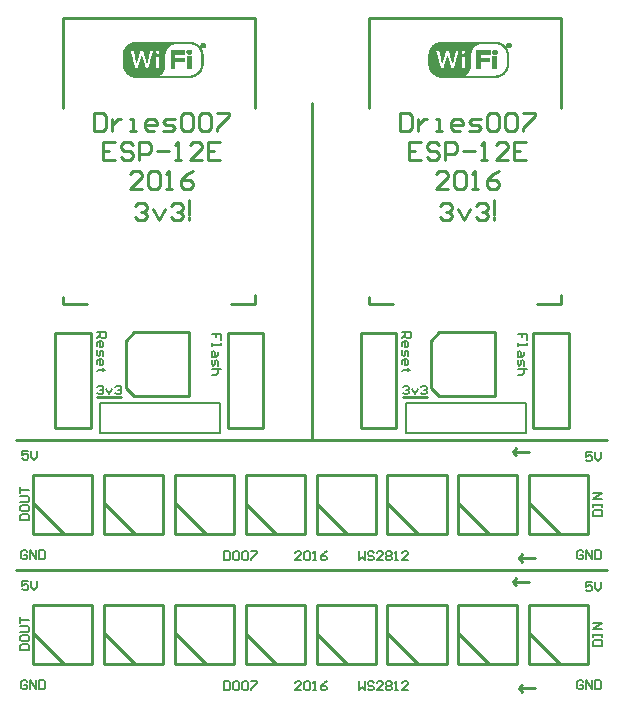
<source format=gto>
G04 Layer_Color=65535*
%FSLAX23Y23*%
%MOIN*%
G70*
G01*
G75*
%ADD16C,0.010*%
%ADD32C,0.005*%
%ADD33C,0.001*%
%ADD34C,0.008*%
D16*
X0Y413D02*
X1969D01*
X0Y846D02*
X1969D01*
X984D02*
Y1969D01*
X1595Y992D02*
Y1205D01*
X1382Y1177D02*
X1410Y1205D01*
X1595D01*
X1382Y1020D02*
Y1177D01*
Y1020D02*
X1410Y992D01*
X1595D01*
X1148Y1203D02*
X1267D01*
Y888D02*
Y1203D01*
X1148Y888D02*
X1267D01*
X1148D02*
Y1203D01*
X1841Y888D02*
Y1203D01*
X1723D02*
X1841D01*
X1723Y888D02*
Y1203D01*
Y888D02*
X1841D01*
X1174Y1954D02*
Y2254D01*
Y1299D02*
Y1324D01*
Y1299D02*
X1254D01*
X1734D02*
X1814D01*
Y1329D01*
Y1954D02*
Y2254D01*
X1174D02*
X1814D01*
X1289Y989D02*
X1369D01*
X1413Y1628D02*
X1423Y1638D01*
X1443D01*
X1453Y1628D01*
Y1618D01*
X1443Y1608D01*
X1433D01*
X1443D01*
X1453Y1598D01*
Y1589D01*
X1443Y1579D01*
X1423D01*
X1413Y1589D01*
X1473Y1618D02*
X1493Y1579D01*
X1513Y1618D01*
X1533Y1628D02*
X1543Y1638D01*
X1563D01*
X1573Y1628D01*
Y1618D01*
X1563Y1608D01*
X1553D01*
X1563D01*
X1573Y1598D01*
Y1589D01*
X1563Y1579D01*
X1543D01*
X1533Y1589D01*
X1593Y1598D02*
Y1648D01*
Y1589D02*
Y1579D01*
X1438Y1684D02*
X1398D01*
X1438Y1724D01*
Y1734D01*
X1428Y1744D01*
X1408D01*
X1398Y1734D01*
X1458D02*
X1468Y1744D01*
X1488D01*
X1498Y1734D01*
Y1694D01*
X1488Y1684D01*
X1468D01*
X1458Y1694D01*
Y1734D01*
X1518Y1684D02*
X1538D01*
X1528D01*
Y1744D01*
X1518Y1734D01*
X1608Y1744D02*
X1588Y1734D01*
X1568Y1714D01*
Y1694D01*
X1578Y1684D01*
X1598D01*
X1608Y1694D01*
Y1704D01*
X1598Y1714D01*
X1568D01*
X1348Y1840D02*
X1308D01*
Y1780D01*
X1348D01*
X1308Y1810D02*
X1328D01*
X1408Y1830D02*
X1398Y1840D01*
X1378D01*
X1368Y1830D01*
Y1820D01*
X1378Y1810D01*
X1398D01*
X1408Y1800D01*
Y1790D01*
X1398Y1780D01*
X1378D01*
X1368Y1790D01*
X1428Y1780D02*
Y1840D01*
X1458D01*
X1468Y1830D01*
Y1810D01*
X1458Y1800D01*
X1428D01*
X1488Y1810D02*
X1528D01*
X1548Y1780D02*
X1568D01*
X1558D01*
Y1840D01*
X1548Y1830D01*
X1638Y1780D02*
X1598D01*
X1638Y1820D01*
Y1830D01*
X1628Y1840D01*
X1608D01*
X1598Y1830D01*
X1698Y1840D02*
X1658D01*
Y1780D01*
X1698D01*
X1658Y1810D02*
X1678D01*
X1279Y1936D02*
Y1876D01*
X1308D01*
X1318Y1886D01*
Y1926D01*
X1308Y1936D01*
X1279D01*
X1338Y1916D02*
Y1876D01*
Y1896D01*
X1348Y1906D01*
X1358Y1916D01*
X1368D01*
X1398Y1876D02*
X1418D01*
X1408D01*
Y1916D01*
X1398D01*
X1478Y1876D02*
X1458D01*
X1448Y1886D01*
Y1906D01*
X1458Y1916D01*
X1478D01*
X1488Y1906D01*
Y1896D01*
X1448D01*
X1508Y1876D02*
X1538D01*
X1548Y1886D01*
X1538Y1896D01*
X1518D01*
X1508Y1906D01*
X1518Y1916D01*
X1548D01*
X1568Y1926D02*
X1578Y1936D01*
X1598D01*
X1608Y1926D01*
Y1886D01*
X1598Y1876D01*
X1578D01*
X1568Y1886D01*
Y1926D01*
X1628D02*
X1638Y1936D01*
X1658D01*
X1668Y1926D01*
Y1886D01*
X1658Y1876D01*
X1638D01*
X1628Y1886D01*
Y1926D01*
X1688Y1936D02*
X1728D01*
Y1926D01*
X1688Y1886D01*
Y1876D01*
X576Y992D02*
Y1205D01*
X364Y1177D02*
X391Y1205D01*
X576D01*
X364Y1020D02*
Y1177D01*
Y1020D02*
X391Y992D01*
X576D01*
X130Y1203D02*
X248D01*
Y888D02*
Y1203D01*
X130Y888D02*
X248D01*
X130D02*
Y1203D01*
X823Y888D02*
Y1203D01*
X705D02*
X823D01*
X705Y888D02*
Y1203D01*
Y888D02*
X823D01*
X155Y1954D02*
Y2254D01*
Y1299D02*
Y1324D01*
Y1299D02*
X235D01*
X715D02*
X795D01*
Y1329D01*
Y1954D02*
Y2254D01*
X155D02*
X795D01*
X270Y989D02*
X350D01*
X395Y1628D02*
X405Y1638D01*
X425D01*
X435Y1628D01*
Y1618D01*
X425Y1608D01*
X415D01*
X425D01*
X435Y1598D01*
Y1589D01*
X425Y1579D01*
X405D01*
X395Y1589D01*
X455Y1618D02*
X475Y1579D01*
X495Y1618D01*
X515Y1628D02*
X525Y1638D01*
X545D01*
X555Y1628D01*
Y1618D01*
X545Y1608D01*
X535D01*
X545D01*
X555Y1598D01*
Y1589D01*
X545Y1579D01*
X525D01*
X515Y1589D01*
X575Y1598D02*
Y1648D01*
Y1589D02*
Y1579D01*
X420Y1684D02*
X380D01*
X420Y1724D01*
Y1734D01*
X410Y1744D01*
X390D01*
X380Y1734D01*
X440D02*
X450Y1744D01*
X470D01*
X480Y1734D01*
Y1694D01*
X470Y1684D01*
X450D01*
X440Y1694D01*
Y1734D01*
X500Y1684D02*
X520D01*
X510D01*
Y1744D01*
X500Y1734D01*
X590Y1744D02*
X570Y1734D01*
X550Y1714D01*
Y1694D01*
X560Y1684D01*
X580D01*
X590Y1694D01*
Y1704D01*
X580Y1714D01*
X550D01*
X330Y1840D02*
X290D01*
Y1780D01*
X330D01*
X290Y1810D02*
X310D01*
X390Y1830D02*
X380Y1840D01*
X360D01*
X350Y1830D01*
Y1820D01*
X360Y1810D01*
X380D01*
X390Y1800D01*
Y1790D01*
X380Y1780D01*
X360D01*
X350Y1790D01*
X410Y1780D02*
Y1840D01*
X440D01*
X450Y1830D01*
Y1810D01*
X440Y1800D01*
X410D01*
X470Y1810D02*
X510D01*
X530Y1780D02*
X550D01*
X540D01*
Y1840D01*
X530Y1830D01*
X620Y1780D02*
X580D01*
X620Y1820D01*
Y1830D01*
X610Y1840D01*
X590D01*
X580Y1830D01*
X680Y1840D02*
X640D01*
Y1780D01*
X680D01*
X640Y1810D02*
X660D01*
X260Y1936D02*
Y1876D01*
X290D01*
X300Y1886D01*
Y1926D01*
X290Y1936D01*
X260D01*
X320Y1916D02*
Y1876D01*
Y1896D01*
X330Y1906D01*
X340Y1916D01*
X350D01*
X380Y1876D02*
X400D01*
X390D01*
Y1916D01*
X380D01*
X460Y1876D02*
X440D01*
X430Y1886D01*
Y1906D01*
X440Y1916D01*
X460D01*
X470Y1906D01*
Y1896D01*
X430D01*
X490Y1876D02*
X520D01*
X530Y1886D01*
X520Y1896D01*
X500D01*
X490Y1906D01*
X500Y1916D01*
X530D01*
X550Y1926D02*
X560Y1936D01*
X580D01*
X590Y1926D01*
Y1886D01*
X580Y1876D01*
X560D01*
X550Y1886D01*
Y1926D01*
X610D02*
X620Y1936D01*
X640D01*
X650Y1926D01*
Y1886D01*
X640Y1876D01*
X620D01*
X610Y1886D01*
Y1926D01*
X670Y1936D02*
X710D01*
Y1926D01*
X670Y1886D01*
Y1876D01*
X1655Y374D02*
X1710D01*
X1655D02*
X1667Y362D01*
X1655Y374D02*
X1667Y386D01*
X1675Y20D02*
X1687Y31D01*
X1675Y20D02*
X1687Y8D01*
X1675Y20D02*
X1730D01*
X56Y297D02*
X253D01*
X56Y100D02*
Y297D01*
Y100D02*
X253D01*
Y297D01*
X58Y201D02*
X158Y101D01*
X295Y201D02*
X394Y101D01*
X489Y100D02*
Y297D01*
X292Y100D02*
X489D01*
X292D02*
Y297D01*
X489D01*
X529D02*
X725D01*
X529Y100D02*
Y297D01*
Y100D02*
X725D01*
Y297D01*
X531Y201D02*
X631Y101D01*
X767Y201D02*
X867Y101D01*
X962Y100D02*
Y297D01*
X765Y100D02*
X962D01*
X765D02*
Y297D01*
X962D01*
X1001D02*
X1198D01*
X1001Y100D02*
Y297D01*
Y100D02*
X1198D01*
Y297D01*
X1003Y201D02*
X1103Y101D01*
X1239Y201D02*
X1339Y101D01*
X1434Y100D02*
Y297D01*
X1237Y100D02*
X1434D01*
X1237D02*
Y297D01*
X1434D01*
X1473D02*
X1670D01*
X1473Y100D02*
Y297D01*
Y100D02*
X1670D01*
Y297D01*
X1476Y201D02*
X1576Y101D01*
X1712Y201D02*
X1812Y101D01*
X1906Y100D02*
Y297D01*
X1710Y100D02*
X1906D01*
X1710D02*
Y297D01*
X1906D01*
X1655Y807D02*
X1710D01*
X1655D02*
X1667Y795D01*
X1655Y807D02*
X1667Y819D01*
X1675Y453D02*
X1687Y465D01*
X1675Y453D02*
X1687Y441D01*
X1675Y453D02*
X1730D01*
X56Y730D02*
X253D01*
X56Y533D02*
Y730D01*
Y533D02*
X253D01*
Y730D01*
X58Y634D02*
X158Y534D01*
X295Y634D02*
X394Y534D01*
X489Y533D02*
Y730D01*
X292Y533D02*
X489D01*
X292D02*
Y730D01*
X489D01*
X529D02*
X725D01*
X529Y533D02*
Y730D01*
Y533D02*
X725D01*
Y730D01*
X531Y634D02*
X631Y534D01*
X767Y634D02*
X867Y534D01*
X962Y533D02*
Y730D01*
X765Y533D02*
X962D01*
X765D02*
Y730D01*
X962D01*
X1001D02*
X1198D01*
X1001Y533D02*
Y730D01*
Y533D02*
X1198D01*
Y730D01*
X1003Y634D02*
X1103Y534D01*
X1239Y634D02*
X1339Y534D01*
X1434Y533D02*
Y730D01*
X1237Y533D02*
X1434D01*
X1237D02*
Y730D01*
X1434D01*
X1473D02*
X1670D01*
X1473Y533D02*
Y730D01*
Y533D02*
X1670D01*
Y730D01*
X1476Y634D02*
X1576Y534D01*
X1712Y634D02*
X1812Y534D01*
X1906Y533D02*
Y730D01*
X1710Y533D02*
X1906D01*
X1710D02*
Y730D01*
X1906D01*
D32*
X1701Y1179D02*
Y1199D01*
X1686D01*
Y1189D01*
Y1199D01*
X1671D01*
Y1169D02*
Y1159D01*
Y1164D01*
X1701D01*
Y1169D01*
X1691Y1139D02*
Y1129D01*
X1686Y1124D01*
X1671D01*
Y1139D01*
X1676Y1144D01*
X1681Y1139D01*
Y1124D01*
X1671Y1114D02*
Y1099D01*
X1676Y1094D01*
X1681Y1099D01*
Y1109D01*
X1686Y1114D01*
X1691Y1109D01*
Y1094D01*
X1701Y1084D02*
X1671D01*
X1686D01*
X1691Y1079D01*
Y1069D01*
X1686Y1064D01*
X1671D01*
X1287Y1206D02*
X1317D01*
Y1191D01*
X1312Y1186D01*
X1302D01*
X1297Y1191D01*
Y1206D01*
Y1196D02*
X1287Y1186D01*
Y1161D02*
Y1171D01*
X1292Y1176D01*
X1302D01*
X1307Y1171D01*
Y1161D01*
X1302Y1156D01*
X1297D01*
Y1176D01*
X1287Y1146D02*
Y1131D01*
X1292Y1126D01*
X1297Y1131D01*
Y1141D01*
X1302Y1146D01*
X1307Y1141D01*
Y1126D01*
X1287Y1101D02*
Y1111D01*
X1292Y1116D01*
X1302D01*
X1307Y1111D01*
Y1101D01*
X1302Y1096D01*
X1297D01*
Y1116D01*
X1312Y1081D02*
X1307D01*
Y1086D01*
Y1076D01*
Y1081D01*
X1292D01*
X1287Y1076D01*
X1289Y1023D02*
X1294Y1028D01*
X1303D01*
X1308Y1023D01*
Y1018D01*
X1303Y1013D01*
X1299D01*
X1303D01*
X1308Y1009D01*
Y1004D01*
X1303Y999D01*
X1294D01*
X1289Y1004D01*
X1318Y1018D02*
X1328Y999D01*
X1338Y1018D01*
X1348Y1023D02*
X1353Y1028D01*
X1363D01*
X1368Y1023D01*
Y1018D01*
X1363Y1013D01*
X1358D01*
X1363D01*
X1368Y1009D01*
Y1004D01*
X1363Y999D01*
X1353D01*
X1348Y1004D01*
X682Y1179D02*
Y1199D01*
X667D01*
Y1189D01*
Y1199D01*
X652D01*
Y1169D02*
Y1159D01*
Y1164D01*
X682D01*
Y1169D01*
X672Y1139D02*
Y1129D01*
X667Y1124D01*
X652D01*
Y1139D01*
X657Y1144D01*
X662Y1139D01*
Y1124D01*
X652Y1114D02*
Y1099D01*
X657Y1094D01*
X662Y1099D01*
Y1109D01*
X667Y1114D01*
X672Y1109D01*
Y1094D01*
X682Y1084D02*
X652D01*
X667D01*
X672Y1079D01*
Y1069D01*
X667Y1064D01*
X652D01*
X269Y1206D02*
X299D01*
Y1191D01*
X294Y1186D01*
X284D01*
X279Y1191D01*
Y1206D01*
Y1196D02*
X269Y1186D01*
Y1161D02*
Y1171D01*
X274Y1176D01*
X284D01*
X289Y1171D01*
Y1161D01*
X284Y1156D01*
X279D01*
Y1176D01*
X269Y1146D02*
Y1131D01*
X274Y1126D01*
X279Y1131D01*
Y1141D01*
X284Y1146D01*
X289Y1141D01*
Y1126D01*
X269Y1101D02*
Y1111D01*
X274Y1116D01*
X284D01*
X289Y1111D01*
Y1101D01*
X284Y1096D01*
X279D01*
Y1116D01*
X294Y1081D02*
X289D01*
Y1086D01*
Y1076D01*
Y1081D01*
X274D01*
X269Y1076D01*
X270Y1023D02*
X275Y1028D01*
X285D01*
X290Y1023D01*
Y1018D01*
X285Y1013D01*
X280D01*
X285D01*
X290Y1009D01*
Y1004D01*
X285Y999D01*
X275D01*
X270Y1004D01*
X300Y1018D02*
X310Y999D01*
X320Y1018D01*
X330Y1023D02*
X335Y1028D01*
X345D01*
X350Y1023D01*
Y1018D01*
X345Y1013D01*
X340D01*
X345D01*
X350Y1009D01*
Y1004D01*
X345Y999D01*
X335D01*
X330Y1004D01*
X1142Y42D02*
Y12D01*
X1152Y22D01*
X1162Y12D01*
Y42D01*
X1192Y37D02*
X1187Y42D01*
X1177D01*
X1172Y37D01*
Y32D01*
X1177Y27D01*
X1187D01*
X1192Y22D01*
Y17D01*
X1187Y12D01*
X1177D01*
X1172Y17D01*
X1222Y12D02*
X1202D01*
X1222Y32D01*
Y37D01*
X1217Y42D01*
X1207D01*
X1202Y37D01*
X1232D02*
X1237Y42D01*
X1247D01*
X1252Y37D01*
Y32D01*
X1247Y27D01*
X1252Y22D01*
Y17D01*
X1247Y12D01*
X1237D01*
X1232Y17D01*
Y22D01*
X1237Y27D01*
X1232Y32D01*
Y37D01*
X1237Y27D02*
X1247D01*
X1262Y12D02*
X1272D01*
X1267D01*
Y42D01*
X1262Y37D01*
X1307Y12D02*
X1287D01*
X1307Y32D01*
Y37D01*
X1302Y42D01*
X1292D01*
X1287Y37D01*
X949Y12D02*
X929D01*
X949Y32D01*
Y37D01*
X944Y42D01*
X934D01*
X929Y37D01*
X959D02*
X964Y42D01*
X974D01*
X979Y37D01*
Y17D01*
X974Y12D01*
X964D01*
X959Y17D01*
Y37D01*
X989Y12D02*
X999D01*
X994D01*
Y42D01*
X989Y37D01*
X1034Y42D02*
X1024Y37D01*
X1014Y27D01*
Y17D01*
X1019Y12D01*
X1029D01*
X1034Y17D01*
Y22D01*
X1029Y27D01*
X1014D01*
X13Y146D02*
X43D01*
Y161D01*
X38Y166D01*
X18D01*
X13Y161D01*
Y146D01*
Y191D02*
Y181D01*
X18Y176D01*
X38D01*
X43Y181D01*
Y191D01*
X38Y196D01*
X18D01*
X13Y191D01*
Y206D02*
X38D01*
X43Y211D01*
Y221D01*
X38Y226D01*
X13D01*
Y236D02*
Y256D01*
Y246D01*
X43D01*
X1923Y161D02*
X1953D01*
Y176D01*
X1948Y181D01*
X1928D01*
X1923Y176D01*
Y161D01*
Y191D02*
Y201D01*
Y196D01*
X1953D01*
Y191D01*
Y201D01*
Y216D02*
X1923D01*
X1953Y236D01*
X1923D01*
X1918Y373D02*
X1898D01*
Y358D01*
X1908Y363D01*
X1913D01*
X1918Y358D01*
Y348D01*
X1913Y343D01*
X1903D01*
X1898Y348D01*
X1928Y373D02*
Y353D01*
X1938Y343D01*
X1948Y353D01*
Y373D01*
X1890Y41D02*
X1885Y46D01*
X1875D01*
X1870Y41D01*
Y21D01*
X1875Y16D01*
X1885D01*
X1890Y21D01*
Y31D01*
X1880D01*
X1900Y16D02*
Y46D01*
X1920Y16D01*
Y46D01*
X1930D02*
Y16D01*
X1945D01*
X1950Y21D01*
Y41D01*
X1945Y46D01*
X1930D01*
X36Y41D02*
X31Y46D01*
X21D01*
X16Y41D01*
Y21D01*
X21Y16D01*
X31D01*
X36Y21D01*
Y31D01*
X26D01*
X46Y16D02*
Y46D01*
X66Y16D01*
Y46D01*
X76D02*
Y16D01*
X91D01*
X96Y21D01*
Y41D01*
X91Y46D01*
X76D01*
X40Y376D02*
X20D01*
Y361D01*
X30Y366D01*
X35D01*
X40Y361D01*
Y351D01*
X35Y346D01*
X25D01*
X20Y351D01*
X50Y376D02*
Y356D01*
X60Y346D01*
X70Y356D01*
Y376D01*
X693Y42D02*
Y12D01*
X708D01*
X713Y17D01*
Y37D01*
X708Y42D01*
X693D01*
X723Y37D02*
X728Y42D01*
X738D01*
X743Y37D01*
Y17D01*
X738Y12D01*
X728D01*
X723Y17D01*
Y37D01*
X753D02*
X758Y42D01*
X768D01*
X773Y37D01*
Y17D01*
X768Y12D01*
X758D01*
X753Y17D01*
Y37D01*
X783Y42D02*
X803D01*
Y37D01*
X783Y17D01*
Y12D01*
X1142Y475D02*
Y445D01*
X1152Y455D01*
X1162Y445D01*
Y475D01*
X1192Y470D02*
X1187Y475D01*
X1177D01*
X1172Y470D01*
Y465D01*
X1177Y460D01*
X1187D01*
X1192Y455D01*
Y450D01*
X1187Y445D01*
X1177D01*
X1172Y450D01*
X1222Y445D02*
X1202D01*
X1222Y465D01*
Y470D01*
X1217Y475D01*
X1207D01*
X1202Y470D01*
X1232D02*
X1237Y475D01*
X1247D01*
X1252Y470D01*
Y465D01*
X1247Y460D01*
X1252Y455D01*
Y450D01*
X1247Y445D01*
X1237D01*
X1232Y450D01*
Y455D01*
X1237Y460D01*
X1232Y465D01*
Y470D01*
X1237Y460D02*
X1247D01*
X1262Y445D02*
X1272D01*
X1267D01*
Y475D01*
X1262Y470D01*
X1307Y445D02*
X1287D01*
X1307Y465D01*
Y470D01*
X1302Y475D01*
X1292D01*
X1287Y470D01*
X949Y445D02*
X929D01*
X949Y465D01*
Y470D01*
X944Y475D01*
X934D01*
X929Y470D01*
X959D02*
X964Y475D01*
X974D01*
X979Y470D01*
Y450D01*
X974Y445D01*
X964D01*
X959Y450D01*
Y470D01*
X989Y445D02*
X999D01*
X994D01*
Y475D01*
X989Y470D01*
X1034Y475D02*
X1024Y470D01*
X1014Y460D01*
Y450D01*
X1019Y445D01*
X1029D01*
X1034Y450D01*
Y455D01*
X1029Y460D01*
X1014D01*
X13Y579D02*
X43D01*
Y594D01*
X38Y599D01*
X18D01*
X13Y594D01*
Y579D01*
Y624D02*
Y614D01*
X18Y609D01*
X38D01*
X43Y614D01*
Y624D01*
X38Y629D01*
X18D01*
X13Y624D01*
Y639D02*
X38D01*
X43Y644D01*
Y654D01*
X38Y659D01*
X13D01*
Y669D02*
Y689D01*
Y679D01*
X43D01*
X1923Y594D02*
X1953D01*
Y609D01*
X1948Y614D01*
X1928D01*
X1923Y609D01*
Y594D01*
Y624D02*
Y634D01*
Y629D01*
X1953D01*
Y624D01*
Y634D01*
Y649D02*
X1923D01*
X1953Y669D01*
X1923D01*
X1918Y806D02*
X1898D01*
Y791D01*
X1908Y796D01*
X1913D01*
X1918Y791D01*
Y781D01*
X1913Y776D01*
X1903D01*
X1898Y781D01*
X1928Y806D02*
Y786D01*
X1938Y776D01*
X1948Y786D01*
Y806D01*
X1890Y474D02*
X1885Y479D01*
X1875D01*
X1870Y474D01*
Y454D01*
X1875Y449D01*
X1885D01*
X1890Y454D01*
Y464D01*
X1880D01*
X1900Y449D02*
Y479D01*
X1920Y449D01*
Y479D01*
X1930D02*
Y449D01*
X1945D01*
X1950Y454D01*
Y474D01*
X1945Y479D01*
X1930D01*
X36Y474D02*
X31Y479D01*
X21D01*
X16Y474D01*
Y454D01*
X21Y449D01*
X31D01*
X36Y454D01*
Y464D01*
X26D01*
X46Y449D02*
Y479D01*
X66Y449D01*
Y479D01*
X76D02*
Y449D01*
X91D01*
X96Y454D01*
Y474D01*
X91Y479D01*
X76D01*
X40Y810D02*
X20D01*
Y795D01*
X30Y800D01*
X35D01*
X40Y795D01*
Y785D01*
X35Y780D01*
X25D01*
X20Y785D01*
X50Y810D02*
Y790D01*
X60Y780D01*
X70Y790D01*
Y810D01*
X693Y475D02*
Y445D01*
X708D01*
X713Y450D01*
Y470D01*
X708Y475D01*
X693D01*
X723Y470D02*
X728Y475D01*
X738D01*
X743Y470D01*
Y450D01*
X738Y445D01*
X728D01*
X723Y450D01*
Y470D01*
X753D02*
X758Y475D01*
X768D01*
X773Y470D01*
Y450D01*
X768Y445D01*
X758D01*
X753Y450D01*
Y470D01*
X783Y475D02*
X803D01*
Y470D01*
X783Y450D01*
Y445D01*
D33*
X1414Y2057D02*
X1599D01*
X1410Y2058D02*
X1603D01*
X1408Y2058D02*
X1605D01*
X1406Y2059D02*
X1607D01*
X1404Y2059D02*
X1608D01*
X1403Y2060D02*
X1610D01*
X1401Y2060D02*
X1611D01*
X1400Y2061D02*
X1612D01*
X1399Y2061D02*
X1613D01*
X1600Y2062D02*
X1614D01*
X1398D02*
X1493D01*
X1603Y2062D02*
X1615D01*
X1397D02*
X1494D01*
X1606Y2063D02*
X1616D01*
X1396D02*
X1495D01*
X1607Y2063D02*
X1617D01*
X1395D02*
X1495D01*
X1609Y2064D02*
X1618D01*
X1394D02*
X1496D01*
X1610Y2064D02*
X1619D01*
X1394D02*
X1496D01*
X1611Y2065D02*
X1620D01*
X1393D02*
X1497D01*
X1612Y2065D02*
X1620D01*
X1392D02*
X1497D01*
X1613Y2066D02*
X1621D01*
X1391D02*
X1498D01*
X1614Y2066D02*
X1622D01*
X1391D02*
X1498D01*
X1615Y2067D02*
X1622D01*
X1390D02*
X1499D01*
X1616Y2067D02*
X1623D01*
X1390D02*
X1499D01*
X1617Y2068D02*
X1623D01*
X1389D02*
X1500D01*
X1618Y2068D02*
X1624D01*
X1388D02*
X1500D01*
X1618Y2069D02*
X1625D01*
X1388D02*
X1501D01*
X1619Y2069D02*
X1625D01*
X1387D02*
X1501D01*
X1620Y2070D02*
X1626D01*
X1387D02*
X1501D01*
X1620Y2070D02*
X1626D01*
X1386D02*
X1502D01*
X1621Y2071D02*
X1627D01*
X1386D02*
X1502D01*
X1621Y2071D02*
X1627D01*
X1385D02*
X1503D01*
X1622Y2072D02*
X1628D01*
X1385D02*
X1503D01*
X1623Y2072D02*
X1628D01*
X1384D02*
X1503D01*
X1623Y2073D02*
X1628D01*
X1384D02*
X1504D01*
X1624Y2073D02*
X1629D01*
X1384D02*
X1504D01*
X1624Y2074D02*
X1629D01*
X1383D02*
X1504D01*
X1624Y2074D02*
X1630D01*
X1383D02*
X1505D01*
X1625Y2075D02*
X1630D01*
X1382D02*
X1505D01*
X1625Y2075D02*
X1630D01*
X1382D02*
X1505D01*
X1626Y2076D02*
X1631D01*
X1382D02*
X1506D01*
X1626Y2076D02*
X1631D01*
X1381D02*
X1506D01*
X1627Y2077D02*
X1632D01*
X1381D02*
X1506D01*
X1627Y2077D02*
X1632D01*
X1381D02*
X1506D01*
X1627Y2078D02*
X1632D01*
X1380D02*
X1507D01*
X1628Y2078D02*
X1633D01*
X1380D02*
X1507D01*
X1628Y2079D02*
X1633D01*
X1380D02*
X1507D01*
X1628Y2079D02*
X1633D01*
X1379D02*
X1507D01*
X1629Y2080D02*
X1633D01*
X1379D02*
X1508D01*
X1629Y2080D02*
X1634D01*
X1379D02*
X1508D01*
X1629Y2081D02*
X1634D01*
X1378D02*
X1508D01*
X1630Y2081D02*
X1634D01*
X1378D02*
X1508D01*
X1630Y2082D02*
X1634D01*
X1378D02*
X1508D01*
X1630Y2082D02*
X1635D01*
X1378D02*
X1509D01*
X1630Y2083D02*
X1635D01*
X1377D02*
X1509D01*
X1631Y2083D02*
X1635D01*
X1377D02*
X1509D01*
X1631Y2084D02*
X1635D01*
X1377D02*
X1509D01*
X1631Y2084D02*
X1636D01*
X1377D02*
X1509D01*
X1631Y2085D02*
X1636D01*
X1377D02*
X1510D01*
X1632Y2085D02*
X1636D01*
X1600D02*
X1600D01*
X1590D02*
X1598D01*
X1588D02*
X1589D01*
X1534D02*
X1546D01*
X1494D02*
X1510D01*
X1458D02*
X1482D01*
X1449D02*
X1450D01*
X1448D02*
X1449D01*
X1422D02*
X1447D01*
X1414D02*
X1414D01*
X1376D02*
X1413D01*
X1632Y2086D02*
X1636D01*
X1587D02*
X1600D01*
X1533D02*
X1546D01*
X1494D02*
X1510D01*
X1458D02*
X1481D01*
X1423D02*
X1447D01*
X1376D02*
X1412D01*
X1632Y2086D02*
X1636D01*
X1587D02*
X1600D01*
X1533D02*
X1546D01*
X1494D02*
X1510D01*
X1459D02*
X1481D01*
X1423D02*
X1447D01*
X1376D02*
X1412D01*
X1632Y2087D02*
X1637D01*
X1587D02*
X1600D01*
X1533D02*
X1546D01*
X1494D02*
X1510D01*
X1459D02*
X1481D01*
X1423D02*
X1447D01*
X1376D02*
X1412D01*
X1632Y2087D02*
X1637D01*
X1587D02*
X1600D01*
X1533D02*
X1546D01*
X1494D02*
X1510D01*
X1459D02*
X1482D01*
X1424D02*
X1447D01*
X1376D02*
X1412D01*
X1633Y2088D02*
X1637D01*
X1587D02*
X1600D01*
X1533D02*
X1546D01*
X1494D02*
X1510D01*
X1459D02*
X1482D01*
X1424D02*
X1447D01*
X1375D02*
X1412D01*
X1633Y2088D02*
X1637D01*
X1587D02*
X1600D01*
X1533D02*
X1546D01*
X1494D02*
X1511D01*
X1459D02*
X1481D01*
X1424D02*
X1446D01*
X1375D02*
X1412D01*
X1633Y2089D02*
X1637D01*
X1587D02*
X1600D01*
X1533D02*
X1546D01*
X1494D02*
X1511D01*
X1459D02*
X1481D01*
X1424D02*
X1446D01*
X1375D02*
X1412D01*
X1633Y2089D02*
X1637D01*
X1587D02*
X1600D01*
X1533D02*
X1546D01*
X1494D02*
X1511D01*
X1459D02*
X1481D01*
X1424D02*
X1446D01*
X1375D02*
X1411D01*
X1633Y2090D02*
X1638D01*
X1587D02*
X1600D01*
X1533D02*
X1546D01*
X1494D02*
X1511D01*
X1459D02*
X1481D01*
X1424D02*
X1446D01*
X1375D02*
X1411D01*
X1633Y2090D02*
X1638D01*
X1587D02*
X1600D01*
X1533D02*
X1546D01*
X1494D02*
X1511D01*
X1460D02*
X1481D01*
X1424D02*
X1446D01*
X1375D02*
X1411D01*
X1634Y2091D02*
X1638D01*
X1587D02*
X1600D01*
X1533D02*
X1546D01*
X1494D02*
X1511D01*
X1460D02*
X1481D01*
X1425D02*
X1446D01*
X1375D02*
X1411D01*
X1634Y2091D02*
X1638D01*
X1587D02*
X1600D01*
X1533D02*
X1546D01*
X1494D02*
X1511D01*
X1460D02*
X1481D01*
X1425D02*
X1446D01*
X1374D02*
X1411D01*
X1634Y2092D02*
X1638D01*
X1587D02*
X1600D01*
X1533D02*
X1546D01*
X1494D02*
X1511D01*
X1460D02*
X1481D01*
X1425D02*
X1445D01*
X1374D02*
X1411D01*
X1634Y2092D02*
X1638D01*
X1587D02*
X1600D01*
X1533D02*
X1546D01*
X1494D02*
X1511D01*
X1460D02*
X1481D01*
X1425D02*
X1445D01*
X1374D02*
X1411D01*
X1634Y2093D02*
X1638D01*
X1587D02*
X1600D01*
X1533D02*
X1546D01*
X1494D02*
X1512D01*
X1460D02*
X1481D01*
X1425D02*
X1445D01*
X1374D02*
X1410D01*
X1634Y2093D02*
X1638D01*
X1587D02*
X1600D01*
X1533D02*
X1546D01*
X1494D02*
X1512D01*
X1460D02*
X1481D01*
X1425D02*
X1445D01*
X1374D02*
X1410D01*
X1634Y2094D02*
X1638D01*
X1587D02*
X1600D01*
X1533D02*
X1546D01*
X1494D02*
X1512D01*
X1461D02*
X1481D01*
X1425D02*
X1445D01*
X1374D02*
X1410D01*
X1634Y2094D02*
X1639D01*
X1587D02*
X1600D01*
X1533D02*
X1546D01*
X1494D02*
X1512D01*
X1461D02*
X1481D01*
X1426D02*
X1445D01*
X1374D02*
X1410D01*
X1634Y2095D02*
X1639D01*
X1587D02*
X1600D01*
X1533D02*
X1546D01*
X1494D02*
X1512D01*
X1461D02*
X1481D01*
X1426D02*
X1445D01*
X1374D02*
X1410D01*
X1635Y2095D02*
X1639D01*
X1587D02*
X1600D01*
X1533D02*
X1546D01*
X1494D02*
X1512D01*
X1461D02*
X1481D01*
X1426D02*
X1444D01*
X1374D02*
X1410D01*
X1635Y2096D02*
X1639D01*
X1587D02*
X1600D01*
X1533D02*
X1546D01*
X1494D02*
X1512D01*
X1461D02*
X1481D01*
X1426D02*
X1444D01*
X1374D02*
X1410D01*
X1635Y2096D02*
X1639D01*
X1587D02*
X1600D01*
X1533D02*
X1546D01*
X1494D02*
X1512D01*
X1461D02*
X1481D01*
X1426D02*
X1444D01*
X1374D02*
X1410D01*
X1635Y2097D02*
X1639D01*
X1587D02*
X1600D01*
X1533D02*
X1546D01*
X1494D02*
X1512D01*
X1461D02*
X1481D01*
X1426D02*
X1444D01*
X1374D02*
X1409D01*
X1635Y2097D02*
X1639D01*
X1587D02*
X1600D01*
X1533D02*
X1546D01*
X1494D02*
X1512D01*
X1461D02*
X1481D01*
X1426D02*
X1444D01*
X1373D02*
X1409D01*
X1635Y2098D02*
X1639D01*
X1587D02*
X1600D01*
X1533D02*
X1546D01*
X1494D02*
X1512D01*
X1462D02*
X1481D01*
X1427D02*
X1444D01*
X1373D02*
X1409D01*
X1635Y2098D02*
X1639D01*
X1587D02*
X1600D01*
X1533D02*
X1546D01*
X1494D02*
X1512D01*
X1462D02*
X1481D01*
X1427D02*
X1444D01*
X1373D02*
X1409D01*
X1635Y2099D02*
X1639D01*
X1587D02*
X1600D01*
X1533D02*
X1546D01*
X1494D02*
X1512D01*
X1462D02*
X1481D01*
X1427D02*
X1443D01*
X1373D02*
X1409D01*
X1635Y2099D02*
X1639D01*
X1587D02*
X1600D01*
X1533D02*
X1546D01*
X1494D02*
X1512D01*
X1462D02*
X1481D01*
X1427D02*
X1443D01*
X1373D02*
X1409D01*
X1635Y2100D02*
X1639D01*
X1587D02*
X1600D01*
X1533D02*
X1546D01*
X1494D02*
X1512D01*
X1462D02*
X1481D01*
X1427D02*
X1443D01*
X1373D02*
X1409D01*
X1635Y2100D02*
X1639D01*
X1587D02*
X1600D01*
X1533D02*
X1546D01*
X1494D02*
X1512D01*
X1462D02*
X1481D01*
X1427D02*
X1443D01*
X1373D02*
X1408D01*
X1635Y2101D02*
X1639D01*
X1587D02*
X1600D01*
X1533D02*
X1546D01*
X1494D02*
X1512D01*
X1462D02*
X1481D01*
X1427D02*
X1443D01*
X1373D02*
X1408D01*
X1635Y2101D02*
X1639D01*
X1587D02*
X1600D01*
X1533D02*
X1546D01*
X1494D02*
X1512D01*
X1463D02*
X1481D01*
X1428D02*
X1443D01*
X1373D02*
X1408D01*
X1635Y2102D02*
X1639D01*
X1587D02*
X1600D01*
X1533D02*
X1546D01*
X1494D02*
X1512D01*
X1463D02*
X1481D01*
X1428D02*
X1443D01*
X1373D02*
X1408D01*
X1635Y2102D02*
X1639D01*
X1587D02*
X1600D01*
X1533D02*
X1546D01*
X1494D02*
X1512D01*
X1463D02*
X1481D01*
X1428D02*
X1442D01*
X1373D02*
X1408D01*
X1635Y2103D02*
X1639D01*
X1587D02*
X1600D01*
X1533D02*
X1546D01*
X1494D02*
X1512D01*
X1463D02*
X1481D01*
X1428D02*
X1442D01*
X1373D02*
X1408D01*
X1635Y2103D02*
X1639D01*
X1587D02*
X1600D01*
X1533D02*
X1546D01*
X1494D02*
X1512D01*
X1463D02*
X1481D01*
X1428D02*
X1442D01*
X1373D02*
X1408D01*
X1635Y2104D02*
X1639D01*
X1587D02*
X1600D01*
X1533D02*
X1546D01*
X1494D02*
X1512D01*
X1463D02*
X1481D01*
X1428D02*
X1442D01*
X1373D02*
X1408D01*
X1635Y2104D02*
X1639D01*
X1587D02*
X1600D01*
X1533D02*
X1546D01*
X1494D02*
X1512D01*
X1463D02*
X1481D01*
X1428D02*
X1442D01*
X1373D02*
X1407D01*
X1635Y2105D02*
X1639D01*
X1587D02*
X1600D01*
X1533D02*
X1546D01*
X1494D02*
X1512D01*
X1463D02*
X1481D01*
X1429D02*
X1442D01*
X1373D02*
X1407D01*
X1635Y2105D02*
X1639D01*
X1587D02*
X1600D01*
X1533D02*
X1546D01*
X1494D02*
X1512D01*
X1464D02*
X1481D01*
X1429D02*
X1442D01*
X1373D02*
X1407D01*
X1635Y2106D02*
X1639D01*
X1587D02*
X1600D01*
X1533D02*
X1546D01*
X1494D02*
X1512D01*
X1464D02*
X1481D01*
X1429D02*
X1441D01*
X1373D02*
X1407D01*
X1635Y2106D02*
X1639D01*
X1587D02*
X1600D01*
X1533D02*
X1546D01*
X1494D02*
X1512D01*
X1464D02*
X1481D01*
X1429D02*
X1441D01*
X1373D02*
X1407D01*
X1635Y2107D02*
X1639D01*
X1587D02*
X1600D01*
X1533D02*
X1546D01*
X1494D02*
X1512D01*
X1464D02*
X1481D01*
X1452D02*
X1453D01*
X1429D02*
X1441D01*
X1373D02*
X1407D01*
X1635Y2107D02*
X1639D01*
X1587D02*
X1600D01*
X1533D02*
X1546D01*
X1494D02*
X1512D01*
X1464D02*
X1481D01*
X1452D02*
X1453D01*
X1429D02*
X1441D01*
X1373D02*
X1407D01*
X1635Y2108D02*
X1639D01*
X1587D02*
X1600D01*
X1533D02*
X1546D01*
X1494D02*
X1512D01*
X1464D02*
X1481D01*
X1452D02*
X1453D01*
X1430D02*
X1441D01*
X1373D02*
X1406D01*
X1635Y2108D02*
X1639D01*
X1587D02*
X1600D01*
X1533D02*
X1546D01*
X1494D02*
X1512D01*
X1464D02*
X1481D01*
X1452D02*
X1453D01*
X1430D02*
X1441D01*
X1418D02*
X1419D01*
X1373D02*
X1406D01*
X1635Y2109D02*
X1639D01*
X1587D02*
X1600D01*
X1533D02*
X1546D01*
X1494D02*
X1512D01*
X1464D02*
X1481D01*
X1452D02*
X1453D01*
X1430D02*
X1441D01*
X1418D02*
X1419D01*
X1373D02*
X1406D01*
X1635Y2109D02*
X1639D01*
X1587D02*
X1600D01*
X1533D02*
X1576D01*
X1494D02*
X1512D01*
X1465D02*
X1481D01*
X1452D02*
X1453D01*
X1430D02*
X1440D01*
X1418D02*
X1419D01*
X1373D02*
X1406D01*
X1635Y2110D02*
X1639D01*
X1587D02*
X1600D01*
X1533D02*
X1576D01*
X1494D02*
X1512D01*
X1465D02*
X1481D01*
X1452D02*
X1454D01*
X1430D02*
X1440D01*
X1418D02*
X1419D01*
X1373D02*
X1406D01*
X1635Y2110D02*
X1639D01*
X1587D02*
X1600D01*
X1533D02*
X1576D01*
X1494D02*
X1512D01*
X1465D02*
X1481D01*
X1451D02*
X1454D01*
X1430D02*
X1440D01*
X1418D02*
X1419D01*
X1373D02*
X1406D01*
X1635Y2111D02*
X1639D01*
X1587D02*
X1600D01*
X1533D02*
X1576D01*
X1494D02*
X1512D01*
X1465D02*
X1481D01*
X1451D02*
X1454D01*
X1430D02*
X1440D01*
X1417D02*
X1419D01*
X1373D02*
X1406D01*
X1635Y2111D02*
X1639D01*
X1587D02*
X1600D01*
X1533D02*
X1576D01*
X1494D02*
X1512D01*
X1465D02*
X1481D01*
X1451D02*
X1454D01*
X1431D02*
X1440D01*
X1417D02*
X1419D01*
X1373D02*
X1405D01*
X1635Y2112D02*
X1639D01*
X1587D02*
X1600D01*
X1533D02*
X1576D01*
X1494D02*
X1512D01*
X1465D02*
X1481D01*
X1451D02*
X1454D01*
X1431D02*
X1440D01*
X1417D02*
X1420D01*
X1373D02*
X1405D01*
X1635Y2112D02*
X1639D01*
X1587D02*
X1600D01*
X1533D02*
X1576D01*
X1494D02*
X1512D01*
X1465D02*
X1481D01*
X1451D02*
X1454D01*
X1431D02*
X1440D01*
X1417D02*
X1420D01*
X1373D02*
X1405D01*
X1635Y2113D02*
X1639D01*
X1587D02*
X1600D01*
X1533D02*
X1576D01*
X1494D02*
X1512D01*
X1466D02*
X1481D01*
X1451D02*
X1454D01*
X1431D02*
X1439D01*
X1417D02*
X1420D01*
X1373D02*
X1405D01*
X1635Y2113D02*
X1639D01*
X1587D02*
X1600D01*
X1533D02*
X1576D01*
X1494D02*
X1512D01*
X1466D02*
X1481D01*
X1451D02*
X1454D01*
X1431D02*
X1439D01*
X1417D02*
X1420D01*
X1373D02*
X1405D01*
X1635Y2114D02*
X1639D01*
X1587D02*
X1600D01*
X1533D02*
X1576D01*
X1494D02*
X1512D01*
X1466D02*
X1481D01*
X1451D02*
X1454D01*
X1431D02*
X1439D01*
X1417D02*
X1420D01*
X1373D02*
X1405D01*
X1635Y2114D02*
X1639D01*
X1587D02*
X1600D01*
X1533D02*
X1576D01*
X1494D02*
X1512D01*
X1466D02*
X1481D01*
X1450D02*
X1455D01*
X1431D02*
X1439D01*
X1417D02*
X1420D01*
X1373D02*
X1405D01*
X1635Y2115D02*
X1639D01*
X1587D02*
X1600D01*
X1533D02*
X1576D01*
X1494D02*
X1512D01*
X1466D02*
X1481D01*
X1450D02*
X1455D01*
X1432D02*
X1439D01*
X1417D02*
X1421D01*
X1373D02*
X1405D01*
X1635Y2115D02*
X1639D01*
X1587D02*
X1600D01*
X1533D02*
X1576D01*
X1494D02*
X1512D01*
X1466D02*
X1481D01*
X1450D02*
X1455D01*
X1432D02*
X1439D01*
X1416D02*
X1421D01*
X1373D02*
X1404D01*
X1635Y2116D02*
X1639D01*
X1587D02*
X1600D01*
X1533D02*
X1576D01*
X1494D02*
X1512D01*
X1466D02*
X1481D01*
X1450D02*
X1455D01*
X1432D02*
X1439D01*
X1416D02*
X1421D01*
X1373D02*
X1404D01*
X1635Y2116D02*
X1639D01*
X1587D02*
X1600D01*
X1533D02*
X1576D01*
X1494D02*
X1512D01*
X1466D02*
X1481D01*
X1450D02*
X1455D01*
X1432D02*
X1438D01*
X1416D02*
X1421D01*
X1373D02*
X1404D01*
X1635Y2117D02*
X1639D01*
X1587D02*
X1600D01*
X1533D02*
X1576D01*
X1494D02*
X1512D01*
X1467D02*
X1481D01*
X1450D02*
X1455D01*
X1432D02*
X1438D01*
X1416D02*
X1421D01*
X1373D02*
X1404D01*
X1635Y2117D02*
X1639D01*
X1587D02*
X1600D01*
X1533D02*
X1576D01*
X1494D02*
X1512D01*
X1467D02*
X1481D01*
X1449D02*
X1455D01*
X1432D02*
X1438D01*
X1416D02*
X1421D01*
X1373D02*
X1404D01*
X1635Y2118D02*
X1639D01*
X1587D02*
X1600D01*
X1533D02*
X1576D01*
X1494D02*
X1512D01*
X1467D02*
X1481D01*
X1449D02*
X1455D01*
X1432D02*
X1438D01*
X1416D02*
X1421D01*
X1373D02*
X1404D01*
X1635Y2118D02*
X1639D01*
X1587D02*
X1600D01*
X1533D02*
X1576D01*
X1494D02*
X1512D01*
X1467D02*
X1481D01*
X1449D02*
X1455D01*
X1433D02*
X1438D01*
X1416D02*
X1422D01*
X1373D02*
X1404D01*
X1635Y2119D02*
X1639D01*
X1587D02*
X1600D01*
X1533D02*
X1576D01*
X1494D02*
X1512D01*
X1467D02*
X1481D01*
X1449D02*
X1456D01*
X1433D02*
X1438D01*
X1416D02*
X1422D01*
X1373D02*
X1403D01*
X1635Y2119D02*
X1639D01*
X1587D02*
X1600D01*
X1533D02*
X1576D01*
X1494D02*
X1512D01*
X1467D02*
X1481D01*
X1449D02*
X1456D01*
X1433D02*
X1438D01*
X1416D02*
X1422D01*
X1373D02*
X1403D01*
X1635Y2120D02*
X1639D01*
X1587D02*
X1600D01*
X1533D02*
X1576D01*
X1494D02*
X1512D01*
X1467D02*
X1481D01*
X1449D02*
X1456D01*
X1433D02*
X1437D01*
X1415D02*
X1422D01*
X1373D02*
X1403D01*
X1635Y2120D02*
X1639D01*
X1587D02*
X1600D01*
X1533D02*
X1576D01*
X1494D02*
X1512D01*
X1468D02*
X1481D01*
X1449D02*
X1456D01*
X1433D02*
X1437D01*
X1415D02*
X1422D01*
X1373D02*
X1403D01*
X1635Y2121D02*
X1639D01*
X1587D02*
X1600D01*
X1533D02*
X1576D01*
X1494D02*
X1512D01*
X1468D02*
X1481D01*
X1448D02*
X1456D01*
X1433D02*
X1437D01*
X1415D02*
X1422D01*
X1373D02*
X1403D01*
X1635Y2121D02*
X1639D01*
X1587D02*
X1600D01*
X1533D02*
X1576D01*
X1494D02*
X1512D01*
X1468D02*
X1481D01*
X1448D02*
X1456D01*
X1433D02*
X1437D01*
X1415D02*
X1422D01*
X1373D02*
X1403D01*
X1635Y2122D02*
X1639D01*
X1587D02*
X1600D01*
X1533D02*
X1546D01*
X1494D02*
X1512D01*
X1468D02*
X1481D01*
X1448D02*
X1456D01*
X1434D02*
X1437D01*
X1415D02*
X1423D01*
X1373D02*
X1403D01*
X1635Y2122D02*
X1639D01*
X1587D02*
X1600D01*
X1533D02*
X1546D01*
X1494D02*
X1512D01*
X1468D02*
X1481D01*
X1448D02*
X1456D01*
X1434D02*
X1437D01*
X1415D02*
X1423D01*
X1373D02*
X1403D01*
X1635Y2123D02*
X1639D01*
X1587D02*
X1600D01*
X1533D02*
X1546D01*
X1494D02*
X1512D01*
X1468D02*
X1481D01*
X1448D02*
X1457D01*
X1434D02*
X1437D01*
X1415D02*
X1423D01*
X1373D02*
X1402D01*
X1635Y2123D02*
X1639D01*
X1587D02*
X1600D01*
X1533D02*
X1546D01*
X1494D02*
X1512D01*
X1468D02*
X1481D01*
X1448D02*
X1457D01*
X1434D02*
X1436D01*
X1415D02*
X1423D01*
X1373D02*
X1402D01*
X1635Y2124D02*
X1639D01*
X1587D02*
X1600D01*
X1533D02*
X1546D01*
X1494D02*
X1512D01*
X1468D02*
X1481D01*
X1448D02*
X1457D01*
X1434D02*
X1436D01*
X1415D02*
X1423D01*
X1373D02*
X1402D01*
X1635Y2124D02*
X1639D01*
X1587D02*
X1600D01*
X1533D02*
X1546D01*
X1494D02*
X1512D01*
X1469D02*
X1482D01*
X1447D02*
X1457D01*
X1434D02*
X1436D01*
X1414D02*
X1423D01*
X1373D02*
X1402D01*
X1635Y2125D02*
X1639D01*
X1587D02*
X1600D01*
X1533D02*
X1546D01*
X1494D02*
X1512D01*
X1469D02*
X1481D01*
X1447D02*
X1457D01*
X1434D02*
X1436D01*
X1414D02*
X1423D01*
X1373D02*
X1402D01*
X1635Y2125D02*
X1639D01*
X1587D02*
X1600D01*
X1533D02*
X1546D01*
X1494D02*
X1512D01*
X1469D02*
X1481D01*
X1447D02*
X1457D01*
X1435D02*
X1436D01*
X1414D02*
X1424D01*
X1373D02*
X1402D01*
X1635Y2126D02*
X1639D01*
X1587D02*
X1600D01*
X1533D02*
X1546D01*
X1494D02*
X1512D01*
X1469D02*
X1481D01*
X1447D02*
X1457D01*
X1435D02*
X1436D01*
X1414D02*
X1424D01*
X1373D02*
X1402D01*
X1635Y2126D02*
X1639D01*
X1587D02*
X1600D01*
X1533D02*
X1546D01*
X1494D02*
X1512D01*
X1469D02*
X1481D01*
X1447D02*
X1457D01*
X1435D02*
X1436D01*
X1414D02*
X1424D01*
X1373D02*
X1401D01*
X1635Y2127D02*
X1639D01*
X1587D02*
X1600D01*
X1533D02*
X1546D01*
X1494D02*
X1512D01*
X1469D02*
X1481D01*
X1447D02*
X1457D01*
X1435D02*
X1435D01*
X1414D02*
X1424D01*
X1373D02*
X1401D01*
X1635Y2127D02*
X1639D01*
X1533D02*
X1546D01*
X1469D02*
X1512D01*
X1447D02*
X1458D01*
X1414D02*
X1424D01*
X1373D02*
X1401D01*
X1635Y2128D02*
X1639D01*
X1533D02*
X1546D01*
X1470D02*
X1512D01*
X1447D02*
X1458D01*
X1414D02*
X1424D01*
X1373D02*
X1401D01*
X1635Y2128D02*
X1639D01*
X1533D02*
X1546D01*
X1470D02*
X1512D01*
X1446D02*
X1458D01*
X1414D02*
X1425D01*
X1373D02*
X1401D01*
X1635Y2129D02*
X1639D01*
X1533D02*
X1546D01*
X1470D02*
X1512D01*
X1446D02*
X1458D01*
X1413D02*
X1425D01*
X1373D02*
X1401D01*
X1635Y2129D02*
X1639D01*
X1533D02*
X1546D01*
X1470D02*
X1512D01*
X1446D02*
X1458D01*
X1413D02*
X1425D01*
X1373D02*
X1401D01*
X1635Y2130D02*
X1639D01*
X1533D02*
X1546D01*
X1470D02*
X1512D01*
X1446D02*
X1458D01*
X1413D02*
X1425D01*
X1373D02*
X1401D01*
X1635Y2130D02*
X1639D01*
X1533D02*
X1546D01*
X1470D02*
X1512D01*
X1446D02*
X1458D01*
X1413D02*
X1425D01*
X1373D02*
X1400D01*
X1635Y2131D02*
X1639D01*
X1533D02*
X1546D01*
X1470D02*
X1512D01*
X1446D02*
X1458D01*
X1413D02*
X1425D01*
X1373D02*
X1400D01*
X1635Y2131D02*
X1639D01*
X1533D02*
X1546D01*
X1470D02*
X1512D01*
X1446D02*
X1459D01*
X1413D02*
X1425D01*
X1373D02*
X1400D01*
X1635Y2132D02*
X1639D01*
X1533D02*
X1546D01*
X1471D02*
X1512D01*
X1445D02*
X1459D01*
X1413D02*
X1426D01*
X1373D02*
X1400D01*
X1635Y2132D02*
X1639D01*
X1533D02*
X1546D01*
X1471D02*
X1512D01*
X1445D02*
X1459D01*
X1413D02*
X1426D01*
X1373D02*
X1400D01*
X1635Y2133D02*
X1639D01*
X1593D02*
X1594D01*
X1533D02*
X1546D01*
X1488D02*
X1512D01*
X1471D02*
X1487D01*
X1445D02*
X1459D01*
X1413D02*
X1426D01*
X1373D02*
X1400D01*
X1635Y2133D02*
X1639D01*
X1591D02*
X1597D01*
X1533D02*
X1546D01*
X1491D02*
X1512D01*
X1471D02*
X1485D01*
X1445D02*
X1459D01*
X1412D02*
X1426D01*
X1373D02*
X1400D01*
X1635Y2134D02*
X1639D01*
X1590D02*
X1598D01*
X1533D02*
X1546D01*
X1492D02*
X1512D01*
X1471D02*
X1484D01*
X1445D02*
X1459D01*
X1412D02*
X1426D01*
X1373D02*
X1399D01*
X1635Y2134D02*
X1639D01*
X1589D02*
X1598D01*
X1533D02*
X1578D01*
X1493D02*
X1512D01*
X1471D02*
X1483D01*
X1445D02*
X1459D01*
X1412D02*
X1426D01*
X1374D02*
X1399D01*
X1635Y2135D02*
X1639D01*
X1589D02*
X1599D01*
X1533D02*
X1579D01*
X1493D02*
X1512D01*
X1471D02*
X1483D01*
X1445D02*
X1459D01*
X1412D02*
X1426D01*
X1374D02*
X1399D01*
X1635Y2135D02*
X1639D01*
X1588D02*
X1600D01*
X1533D02*
X1578D01*
X1494D02*
X1513D01*
X1471D02*
X1482D01*
X1444D02*
X1459D01*
X1412D02*
X1427D01*
X1374D02*
X1399D01*
X1635Y2136D02*
X1639D01*
X1588D02*
X1600D01*
X1533D02*
X1578D01*
X1494D02*
X1513D01*
X1472D02*
X1482D01*
X1444D02*
X1459D01*
X1412D02*
X1427D01*
X1374D02*
X1399D01*
X1634Y2136D02*
X1639D01*
X1587D02*
X1600D01*
X1533D02*
X1578D01*
X1494D02*
X1513D01*
X1472D02*
X1481D01*
X1444D02*
X1460D01*
X1412D02*
X1427D01*
X1374D02*
X1399D01*
X1634Y2137D02*
X1639D01*
X1587D02*
X1601D01*
X1533D02*
X1578D01*
X1495D02*
X1513D01*
X1472D02*
X1481D01*
X1444D02*
X1460D01*
X1412D02*
X1427D01*
X1374D02*
X1399D01*
X1634Y2137D02*
X1639D01*
X1587D02*
X1601D01*
X1533D02*
X1578D01*
X1495D02*
X1513D01*
X1472D02*
X1481D01*
X1444D02*
X1460D01*
X1412D02*
X1427D01*
X1374D02*
X1399D01*
X1634Y2138D02*
X1638D01*
X1587D02*
X1601D01*
X1533D02*
X1578D01*
X1495D02*
X1513D01*
X1472D02*
X1481D01*
X1444D02*
X1460D01*
X1411D02*
X1427D01*
X1374D02*
X1398D01*
X1634Y2138D02*
X1638D01*
X1587D02*
X1601D01*
X1533D02*
X1578D01*
X1495D02*
X1513D01*
X1472D02*
X1481D01*
X1444D02*
X1460D01*
X1411D02*
X1427D01*
X1374D02*
X1398D01*
X1634Y2139D02*
X1638D01*
X1586D02*
X1601D01*
X1533D02*
X1578D01*
X1495D02*
X1513D01*
X1472D02*
X1481D01*
X1443D02*
X1460D01*
X1411D02*
X1428D01*
X1374D02*
X1398D01*
X1634Y2139D02*
X1638D01*
X1586D02*
X1601D01*
X1533D02*
X1578D01*
X1495D02*
X1513D01*
X1473D02*
X1480D01*
X1443D02*
X1460D01*
X1411D02*
X1428D01*
X1374D02*
X1398D01*
X1634Y2140D02*
X1638D01*
X1586D02*
X1601D01*
X1533D02*
X1578D01*
X1495D02*
X1513D01*
X1473D02*
X1480D01*
X1443D02*
X1460D01*
X1411D02*
X1428D01*
X1374D02*
X1398D01*
X1634Y2140D02*
X1638D01*
X1586D02*
X1601D01*
X1533D02*
X1578D01*
X1496D02*
X1513D01*
X1473D02*
X1480D01*
X1443D02*
X1461D01*
X1411D02*
X1428D01*
X1375D02*
X1398D01*
X1633Y2141D02*
X1638D01*
X1586D02*
X1601D01*
X1533D02*
X1578D01*
X1495D02*
X1514D01*
X1473D02*
X1480D01*
X1443D02*
X1461D01*
X1411D02*
X1428D01*
X1375D02*
X1398D01*
X1633Y2141D02*
X1638D01*
X1586D02*
X1601D01*
X1533D02*
X1578D01*
X1495D02*
X1514D01*
X1473D02*
X1480D01*
X1443D02*
X1461D01*
X1411D02*
X1428D01*
X1375D02*
X1397D01*
X1633Y2142D02*
X1637D01*
X1586D02*
X1601D01*
X1533D02*
X1578D01*
X1495D02*
X1514D01*
X1473D02*
X1480D01*
X1443D02*
X1461D01*
X1411D02*
X1428D01*
X1375D02*
X1397D01*
X1633Y2142D02*
X1637D01*
X1587D02*
X1601D01*
X1533D02*
X1578D01*
X1495D02*
X1514D01*
X1473D02*
X1481D01*
X1442D02*
X1461D01*
X1410D02*
X1429D01*
X1375D02*
X1397D01*
X1633Y2143D02*
X1637D01*
X1587D02*
X1601D01*
X1533D02*
X1578D01*
X1495D02*
X1514D01*
X1473D02*
X1481D01*
X1442D02*
X1461D01*
X1410D02*
X1429D01*
X1375D02*
X1397D01*
X1633Y2143D02*
X1637D01*
X1587D02*
X1601D01*
X1533D02*
X1578D01*
X1495D02*
X1514D01*
X1474D02*
X1481D01*
X1442D02*
X1461D01*
X1410D02*
X1429D01*
X1375D02*
X1397D01*
X1632Y2144D02*
X1637D01*
X1587D02*
X1601D01*
X1533D02*
X1578D01*
X1495D02*
X1514D01*
X1474D02*
X1481D01*
X1442D02*
X1461D01*
X1410D02*
X1429D01*
X1376D02*
X1397D01*
X1632Y2144D02*
X1637D01*
X1587D02*
X1600D01*
X1533D02*
X1578D01*
X1494D02*
X1515D01*
X1474D02*
X1481D01*
X1442D02*
X1461D01*
X1410D02*
X1429D01*
X1376D02*
X1397D01*
X1632Y2145D02*
X1636D01*
X1588D02*
X1600D01*
X1533D02*
X1578D01*
X1494D02*
X1515D01*
X1474D02*
X1482D01*
X1442D02*
X1462D01*
X1410D02*
X1429D01*
X1376D02*
X1397D01*
X1632Y2145D02*
X1636D01*
X1588D02*
X1600D01*
X1533D02*
X1579D01*
X1494D02*
X1515D01*
X1474D02*
X1482D01*
X1442D02*
X1462D01*
X1410D02*
X1430D01*
X1376D02*
X1396D01*
X1632Y2146D02*
X1636D01*
X1589D02*
X1599D01*
X1533D02*
X1578D01*
X1493D02*
X1515D01*
X1474D02*
X1483D01*
X1441D02*
X1462D01*
X1410D02*
X1430D01*
X1376D02*
X1396D01*
X1631Y2146D02*
X1636D01*
X1589D02*
X1599D01*
X1493D02*
X1515D01*
X1474D02*
X1483D01*
X1473D02*
X1474D01*
X1441D02*
X1462D01*
X1440D02*
X1441D01*
X1439D02*
X1439D01*
X1408D02*
X1430D01*
X1407D02*
X1408D01*
X1397D02*
X1398D01*
X1377D02*
X1397D01*
X1631Y2147D02*
X1636D01*
X1590D02*
X1598D01*
X1492D02*
X1516D01*
X1377D02*
X1484D01*
X1631Y2147D02*
X1635D01*
X1591D02*
X1597D01*
X1491D02*
X1516D01*
X1377D02*
X1485D01*
X1631Y2148D02*
X1635D01*
X1593D02*
X1595D01*
X1489D02*
X1516D01*
X1377D02*
X1487D01*
X1631Y2148D02*
X1635D01*
X1377D02*
X1516D01*
X1630Y2149D02*
X1635D01*
X1378D02*
X1517D01*
X1630Y2149D02*
X1635D01*
X1378D02*
X1517D01*
X1630Y2150D02*
X1634D01*
X1378D02*
X1517D01*
X1629Y2150D02*
X1634D01*
X1378D02*
X1517D01*
X1629Y2151D02*
X1634D01*
X1379D02*
X1518D01*
X1629Y2151D02*
X1633D01*
X1379D02*
X1518D01*
X1628Y2152D02*
X1633D01*
X1379D02*
X1518D01*
X1628Y2152D02*
X1633D01*
X1380D02*
X1519D01*
X1628Y2153D02*
X1633D01*
X1380D02*
X1519D01*
X1627Y2153D02*
X1632D01*
X1380D02*
X1519D01*
X1627Y2154D02*
X1632D01*
X1380D02*
X1520D01*
X1627Y2154D02*
X1632D01*
X1381D02*
X1520D01*
X1626Y2155D02*
X1631D01*
X1381D02*
X1520D01*
X1638Y2155D02*
X1643D01*
X1626D02*
X1631D01*
X1382D02*
X1521D01*
X1636Y2156D02*
X1644D01*
X1625D02*
X1631D01*
X1382D02*
X1521D01*
X1636Y2156D02*
X1645D01*
X1625D02*
X1630D01*
X1382D02*
X1522D01*
X1642Y2157D02*
X1645D01*
X1635D02*
X1638D01*
X1625D02*
X1630D01*
X1383D02*
X1522D01*
X1643Y2157D02*
X1646D01*
X1634D02*
X1637D01*
X1624D02*
X1629D01*
X1383D02*
X1522D01*
X1644Y2158D02*
X1646D01*
X1634D02*
X1636D01*
X1624D02*
X1629D01*
X1383D02*
X1523D01*
X1645Y2158D02*
X1647D01*
X1634D02*
X1636D01*
X1623D02*
X1629D01*
X1384D02*
X1523D01*
X1645Y2159D02*
X1647D01*
X1642D02*
X1644D01*
X1637D02*
X1638D01*
X1633D02*
X1635D01*
X1623D02*
X1628D01*
X1384D02*
X1524D01*
X1645Y2159D02*
X1647D01*
X1641D02*
X1644D01*
X1637D02*
X1638D01*
X1633D02*
X1635D01*
X1622D02*
X1628D01*
X1385D02*
X1524D01*
X1646Y2160D02*
X1648D01*
X1641D02*
X1643D01*
X1637D02*
X1638D01*
X1633D02*
X1635D01*
X1622D02*
X1627D01*
X1385D02*
X1525D01*
X1646Y2160D02*
X1648D01*
X1641D02*
X1643D01*
X1637D02*
X1638D01*
X1633D02*
X1634D01*
X1621D02*
X1627D01*
X1386D02*
X1525D01*
X1646Y2161D02*
X1648D01*
X1640D02*
X1643D01*
X1637D02*
X1638D01*
X1632D02*
X1634D01*
X1620D02*
X1626D01*
X1386D02*
X1526D01*
X1646Y2161D02*
X1648D01*
X1640D02*
X1642D01*
X1637D02*
X1638D01*
X1632D02*
X1634D01*
X1620D02*
X1626D01*
X1387D02*
X1527D01*
X1646Y2162D02*
X1648D01*
X1639D02*
X1642D01*
X1637D02*
X1638D01*
X1632D02*
X1634D01*
X1619D02*
X1625D01*
X1387D02*
X1527D01*
X1646Y2162D02*
X1648D01*
X1637D02*
X1642D01*
X1632D02*
X1634D01*
X1618D02*
X1625D01*
X1388D02*
X1528D01*
X1646Y2163D02*
X1648D01*
X1637D02*
X1643D01*
X1632D02*
X1634D01*
X1618D02*
X1624D01*
X1388D02*
X1529D01*
X1646Y2163D02*
X1648D01*
X1637D02*
X1643D01*
X1632D02*
X1634D01*
X1617D02*
X1624D01*
X1389D02*
X1529D01*
X1646Y2164D02*
X1648D01*
X1641D02*
X1643D01*
X1637D02*
X1638D01*
X1632D02*
X1634D01*
X1616D02*
X1623D01*
X1389D02*
X1530D01*
X1646Y2164D02*
X1648D01*
X1641D02*
X1643D01*
X1637D02*
X1638D01*
X1632D02*
X1634D01*
X1615D02*
X1622D01*
X1390D02*
X1531D01*
X1646Y2165D02*
X1648D01*
X1641D02*
X1643D01*
X1637D02*
X1638D01*
X1633D02*
X1634D01*
X1615D02*
X1622D01*
X1391D02*
X1532D01*
X1646Y2165D02*
X1648D01*
X1641D02*
X1643D01*
X1637D02*
X1638D01*
X1633D02*
X1635D01*
X1614D02*
X1621D01*
X1391D02*
X1533D01*
X1646Y2166D02*
X1647D01*
X1637D02*
X1643D01*
X1633D02*
X1635D01*
X1613D02*
X1620D01*
X1392D02*
X1534D01*
X1645Y2166D02*
X1647D01*
X1637D02*
X1643D01*
X1633D02*
X1635D01*
X1612D02*
X1620D01*
X1393D02*
X1535D01*
X1645Y2167D02*
X1647D01*
X1637D02*
X1641D01*
X1633D02*
X1635D01*
X1610D02*
X1619D01*
X1393D02*
X1536D01*
X1644Y2167D02*
X1647D01*
X1634D02*
X1636D01*
X1609D02*
X1618D01*
X1394D02*
X1537D01*
X1644Y2168D02*
X1646D01*
X1634D02*
X1637D01*
X1608D02*
X1617D01*
X1395D02*
X1538D01*
X1643Y2168D02*
X1646D01*
X1634D02*
X1637D01*
X1606D02*
X1617D01*
X1396D02*
X1540D01*
X1642Y2169D02*
X1645D01*
X1635D02*
X1639D01*
X1604D02*
X1616D01*
X1397D02*
X1542D01*
X1636Y2169D02*
X1645D01*
X1601D02*
X1615D01*
X1398D02*
X1545D01*
X1636Y2170D02*
X1644D01*
X1399D02*
X1614D01*
X1638Y2170D02*
X1643D01*
X1400D02*
X1613D01*
X1401Y2171D02*
X1611D01*
X1402Y2171D02*
X1610D01*
X1404Y2172D02*
X1609D01*
X1405Y2172D02*
X1607D01*
X1407Y2173D02*
X1605D01*
X1409Y2173D02*
X1603D01*
X1412Y2174D02*
X1600D01*
X395Y2057D02*
X580D01*
X391Y2058D02*
X584D01*
X389Y2058D02*
X586D01*
X387Y2059D02*
X588D01*
X386Y2059D02*
X590D01*
X384Y2060D02*
X591D01*
X382Y2060D02*
X592D01*
X382Y2061D02*
X594D01*
X380Y2061D02*
X595D01*
X581Y2062D02*
X595D01*
X380D02*
X475D01*
X585Y2062D02*
X596D01*
X379D02*
X475D01*
X587Y2063D02*
X598D01*
X377D02*
X476D01*
X589Y2063D02*
X599D01*
X377D02*
X477D01*
X590Y2064D02*
X600D01*
X375D02*
X477D01*
X591Y2064D02*
X600D01*
X375D02*
X477D01*
X592Y2065D02*
X601D01*
X374D02*
X478D01*
X594Y2065D02*
X601D01*
X373D02*
X479D01*
X595Y2066D02*
X602D01*
X373D02*
X479D01*
X595Y2066D02*
X603D01*
X372D02*
X479D01*
X596Y2067D02*
X604D01*
X371D02*
X480D01*
X598Y2067D02*
X604D01*
X371D02*
X481D01*
X598Y2068D02*
X604D01*
X370D02*
X481D01*
X599Y2068D02*
X605D01*
X370D02*
X481D01*
X600Y2069D02*
X606D01*
X369D02*
X482D01*
X600Y2069D02*
X607D01*
X368D02*
X482D01*
X601Y2070D02*
X607D01*
X368D02*
X482D01*
X601Y2070D02*
X608D01*
X368D02*
X483D01*
X602Y2071D02*
X608D01*
X367D02*
X484D01*
X603Y2071D02*
X609D01*
X366D02*
X484D01*
X603Y2072D02*
X609D01*
X366D02*
X484D01*
X604Y2072D02*
X609D01*
X366D02*
X484D01*
X604Y2073D02*
X609D01*
X365D02*
X485D01*
X605Y2073D02*
X610D01*
X365D02*
X485D01*
X605Y2074D02*
X610D01*
X364D02*
X486D01*
X605Y2074D02*
X611D01*
X364D02*
X486D01*
X606Y2075D02*
X612D01*
X363D02*
X486D01*
X607Y2075D02*
X612D01*
X363D02*
X486D01*
X607Y2076D02*
X612D01*
X363D02*
X487D01*
X608Y2076D02*
X613D01*
X363D02*
X487D01*
X608Y2077D02*
X613D01*
X362D02*
X488D01*
X608Y2077D02*
X613D01*
X362D02*
X488D01*
X609Y2078D02*
X613D01*
X361D02*
X488D01*
X609Y2078D02*
X614D01*
X361D02*
X488D01*
X609Y2079D02*
X614D01*
X361D02*
X488D01*
X609Y2079D02*
X614D01*
X361D02*
X488D01*
X610Y2080D02*
X614D01*
X361D02*
X489D01*
X610Y2080D02*
X615D01*
X360D02*
X489D01*
X610Y2081D02*
X615D01*
X359D02*
X489D01*
X611Y2081D02*
X615D01*
X359D02*
X489D01*
X611Y2082D02*
X615D01*
X359D02*
X489D01*
X612Y2082D02*
X616D01*
X359D02*
X490D01*
X612Y2083D02*
X616D01*
X359D02*
X490D01*
X612Y2083D02*
X617D01*
X359D02*
X491D01*
X612Y2084D02*
X617D01*
X359D02*
X491D01*
X613Y2084D02*
X617D01*
X358D02*
X491D01*
X613Y2085D02*
X617D01*
X358D02*
X491D01*
X613Y2085D02*
X618D01*
X581D02*
X581D01*
X572D02*
X580D01*
X570D02*
X571D01*
X515D02*
X527D01*
X475D02*
X491D01*
X440D02*
X463D01*
X431D02*
X431D01*
X430D02*
X430D01*
X403D02*
X428D01*
X395D02*
X396D01*
X357D02*
X394D01*
X613Y2086D02*
X618D01*
X568D02*
X581D01*
X514D02*
X527D01*
X475D02*
X491D01*
X440D02*
X463D01*
X405D02*
X428D01*
X357D02*
X394D01*
X613Y2086D02*
X618D01*
X568D02*
X581D01*
X514D02*
X527D01*
X475D02*
X491D01*
X440D02*
X463D01*
X405D02*
X428D01*
X357D02*
X394D01*
X613Y2087D02*
X618D01*
X568D02*
X581D01*
X514D02*
X527D01*
X475D02*
X491D01*
X440D02*
X463D01*
X405D02*
X428D01*
X357D02*
X394D01*
X613Y2087D02*
X618D01*
X568D02*
X581D01*
X514D02*
X527D01*
X475D02*
X491D01*
X440D02*
X463D01*
X405D02*
X428D01*
X357D02*
X393D01*
X614Y2088D02*
X618D01*
X568D02*
X581D01*
X514D02*
X527D01*
X475D02*
X491D01*
X440D02*
X463D01*
X405D02*
X428D01*
X356D02*
X393D01*
X614Y2088D02*
X618D01*
X568D02*
X581D01*
X514D02*
X527D01*
X475D02*
X492D01*
X440D02*
X463D01*
X405D02*
X428D01*
X356D02*
X393D01*
X614Y2089D02*
X618D01*
X568D02*
X581D01*
X514D02*
X527D01*
X475D02*
X492D01*
X440D02*
X463D01*
X405D02*
X428D01*
X356D02*
X393D01*
X614Y2089D02*
X618D01*
X568D02*
X581D01*
X514D02*
X527D01*
X475D02*
X492D01*
X440D02*
X463D01*
X405D02*
X428D01*
X356D02*
X393D01*
X614Y2090D02*
X619D01*
X568D02*
X581D01*
X514D02*
X527D01*
X475D02*
X492D01*
X440D02*
X463D01*
X405D02*
X428D01*
X356D02*
X393D01*
X614Y2090D02*
X619D01*
X568D02*
X581D01*
X514D02*
X527D01*
X475D02*
X493D01*
X441D02*
X463D01*
X405D02*
X427D01*
X356D02*
X393D01*
X615Y2091D02*
X619D01*
X568D02*
X581D01*
X514D02*
X527D01*
X475D02*
X493D01*
X441D02*
X463D01*
X406D02*
X427D01*
X356D02*
X392D01*
X615Y2091D02*
X619D01*
X568D02*
X581D01*
X514D02*
X527D01*
X475D02*
X493D01*
X441D02*
X463D01*
X406D02*
X427D01*
X356D02*
X392D01*
X615Y2092D02*
X619D01*
X568D02*
X581D01*
X514D02*
X527D01*
X475D02*
X493D01*
X442D02*
X463D01*
X406D02*
X426D01*
X356D02*
X392D01*
X615Y2092D02*
X619D01*
X568D02*
X581D01*
X514D02*
X527D01*
X475D02*
X493D01*
X442D02*
X463D01*
X407D02*
X426D01*
X356D02*
X392D01*
X615Y2093D02*
X619D01*
X568D02*
X581D01*
X514D02*
X527D01*
X475D02*
X493D01*
X442D02*
X463D01*
X407D02*
X426D01*
X356D02*
X391D01*
X615Y2093D02*
X619D01*
X568D02*
X581D01*
X514D02*
X527D01*
X475D02*
X493D01*
X442D02*
X463D01*
X407D02*
X426D01*
X356D02*
X391D01*
X615Y2094D02*
X619D01*
X568D02*
X581D01*
X514D02*
X527D01*
X475D02*
X493D01*
X442D02*
X463D01*
X407D02*
X426D01*
X355D02*
X391D01*
X615Y2094D02*
X620D01*
X568D02*
X581D01*
X514D02*
X527D01*
X475D02*
X493D01*
X442D02*
X463D01*
X407D02*
X426D01*
X355D02*
X391D01*
X615Y2095D02*
X620D01*
X568D02*
X581D01*
X514D02*
X527D01*
X475D02*
X493D01*
X442D02*
X463D01*
X407D02*
X426D01*
X355D02*
X391D01*
X616Y2095D02*
X620D01*
X568D02*
X581D01*
X514D02*
X527D01*
X475D02*
X493D01*
X442D02*
X463D01*
X407D02*
X426D01*
X355D02*
X391D01*
X616Y2096D02*
X620D01*
X568D02*
X581D01*
X514D02*
X527D01*
X475D02*
X493D01*
X442D02*
X463D01*
X407D02*
X426D01*
X355D02*
X391D01*
X616Y2096D02*
X620D01*
X568D02*
X581D01*
X514D02*
X527D01*
X475D02*
X493D01*
X442D02*
X463D01*
X407D02*
X426D01*
X355D02*
X391D01*
X616Y2097D02*
X620D01*
X568D02*
X581D01*
X514D02*
X527D01*
X475D02*
X493D01*
X442D02*
X463D01*
X407D02*
X425D01*
X355D02*
X391D01*
X616Y2097D02*
X621D01*
X568D02*
X581D01*
X514D02*
X527D01*
X475D02*
X493D01*
X442D02*
X463D01*
X407D02*
X425D01*
X354D02*
X391D01*
X616Y2098D02*
X621D01*
X568D02*
X581D01*
X514D02*
X527D01*
X475D02*
X493D01*
X443D02*
X463D01*
X408D02*
X425D01*
X354D02*
X391D01*
X616Y2098D02*
X621D01*
X568D02*
X581D01*
X514D02*
X527D01*
X475D02*
X493D01*
X443D02*
X463D01*
X408D02*
X425D01*
X354D02*
X390D01*
X616Y2099D02*
X621D01*
X568D02*
X581D01*
X514D02*
X527D01*
X475D02*
X493D01*
X443D02*
X463D01*
X408D02*
X424D01*
X354D02*
X390D01*
X616Y2099D02*
X621D01*
X568D02*
X581D01*
X514D02*
X527D01*
X475D02*
X493D01*
X443D02*
X463D01*
X408D02*
X424D01*
X354D02*
X390D01*
X616Y2100D02*
X621D01*
X568D02*
X581D01*
X514D02*
X527D01*
X475D02*
X493D01*
X444D02*
X463D01*
X408D02*
X424D01*
X354D02*
X390D01*
X616Y2100D02*
X621D01*
X568D02*
X581D01*
X514D02*
X527D01*
X475D02*
X493D01*
X444D02*
X463D01*
X408D02*
X424D01*
X354D02*
X389D01*
X616Y2101D02*
X621D01*
X568D02*
X581D01*
X514D02*
X527D01*
X475D02*
X493D01*
X444D02*
X463D01*
X408D02*
X424D01*
X354D02*
X389D01*
X616Y2101D02*
X621D01*
X568D02*
X581D01*
X514D02*
X527D01*
X475D02*
X493D01*
X444D02*
X463D01*
X409D02*
X424D01*
X354D02*
X389D01*
X616Y2102D02*
X621D01*
X568D02*
X581D01*
X514D02*
X527D01*
X475D02*
X493D01*
X444D02*
X463D01*
X409D02*
X424D01*
X354D02*
X389D01*
X616Y2102D02*
X621D01*
X568D02*
X581D01*
X514D02*
X527D01*
X475D02*
X493D01*
X444D02*
X463D01*
X409D02*
X424D01*
X354D02*
X389D01*
X616Y2103D02*
X621D01*
X568D02*
X581D01*
X514D02*
X527D01*
X475D02*
X493D01*
X444D02*
X463D01*
X410D02*
X424D01*
X354D02*
X389D01*
X616Y2103D02*
X621D01*
X568D02*
X581D01*
X514D02*
X527D01*
X475D02*
X493D01*
X444D02*
X463D01*
X410D02*
X424D01*
X354D02*
X389D01*
X616Y2104D02*
X621D01*
X568D02*
X581D01*
X514D02*
X527D01*
X475D02*
X493D01*
X444D02*
X463D01*
X410D02*
X424D01*
X354D02*
X389D01*
X616Y2104D02*
X621D01*
X568D02*
X581D01*
X514D02*
X527D01*
X475D02*
X493D01*
X444D02*
X463D01*
X410D02*
X423D01*
X354D02*
X389D01*
X616Y2105D02*
X621D01*
X568D02*
X581D01*
X514D02*
X527D01*
X475D02*
X493D01*
X444D02*
X463D01*
X410D02*
X423D01*
X354D02*
X389D01*
X616Y2105D02*
X621D01*
X568D02*
X581D01*
X514D02*
X527D01*
X475D02*
X493D01*
X445D02*
X463D01*
X410D02*
X423D01*
X354D02*
X389D01*
X616Y2106D02*
X621D01*
X568D02*
X581D01*
X514D02*
X527D01*
X475D02*
X493D01*
X445D02*
X463D01*
X410D02*
X423D01*
X354D02*
X388D01*
X616Y2106D02*
X621D01*
X568D02*
X581D01*
X514D02*
X527D01*
X475D02*
X493D01*
X445D02*
X463D01*
X410D02*
X423D01*
X354D02*
X388D01*
X616Y2107D02*
X621D01*
X568D02*
X581D01*
X514D02*
X527D01*
X475D02*
X493D01*
X445D02*
X463D01*
X433D02*
X434D01*
X410D02*
X423D01*
X354D02*
X388D01*
X616Y2107D02*
X621D01*
X568D02*
X581D01*
X514D02*
X527D01*
X475D02*
X493D01*
X445D02*
X463D01*
X433D02*
X434D01*
X410D02*
X422D01*
X354D02*
X388D01*
X616Y2108D02*
X621D01*
X568D02*
X581D01*
X514D02*
X527D01*
X475D02*
X493D01*
X445D02*
X463D01*
X433D02*
X435D01*
X411D02*
X422D01*
X354D02*
X387D01*
X616Y2108D02*
X621D01*
X568D02*
X581D01*
X514D02*
X527D01*
X475D02*
X493D01*
X445D02*
X463D01*
X433D02*
X435D01*
X411D02*
X422D01*
X400D02*
X400D01*
X354D02*
X387D01*
X616Y2109D02*
X621D01*
X568D02*
X581D01*
X514D02*
X527D01*
X475D02*
X493D01*
X445D02*
X463D01*
X433D02*
X435D01*
X411D02*
X422D01*
X399D02*
X400D01*
X354D02*
X387D01*
X616Y2109D02*
X621D01*
X568D02*
X581D01*
X514D02*
X558D01*
X475D02*
X493D01*
X446D02*
X463D01*
X433D02*
X435D01*
X411D02*
X421D01*
X399D02*
X400D01*
X354D02*
X387D01*
X616Y2110D02*
X621D01*
X568D02*
X581D01*
X514D02*
X558D01*
X475D02*
X493D01*
X446D02*
X463D01*
X433D02*
X435D01*
X412D02*
X421D01*
X399D02*
X400D01*
X354D02*
X387D01*
X616Y2110D02*
X621D01*
X568D02*
X581D01*
X514D02*
X558D01*
X475D02*
X493D01*
X446D02*
X463D01*
X433D02*
X435D01*
X412D02*
X421D01*
X399D02*
X400D01*
X354D02*
X387D01*
X616Y2111D02*
X621D01*
X568D02*
X581D01*
X514D02*
X558D01*
X475D02*
X493D01*
X447D02*
X463D01*
X433D02*
X435D01*
X412D02*
X421D01*
X398D02*
X400D01*
X354D02*
X387D01*
X616Y2111D02*
X621D01*
X568D02*
X581D01*
X514D02*
X558D01*
X475D02*
X493D01*
X447D02*
X463D01*
X433D02*
X435D01*
X412D02*
X421D01*
X398D02*
X400D01*
X354D02*
X387D01*
X616Y2112D02*
X621D01*
X568D02*
X581D01*
X514D02*
X558D01*
X475D02*
X493D01*
X447D02*
X463D01*
X433D02*
X435D01*
X412D02*
X421D01*
X398D02*
X401D01*
X354D02*
X387D01*
X616Y2112D02*
X621D01*
X568D02*
X581D01*
X514D02*
X558D01*
X475D02*
X493D01*
X447D02*
X463D01*
X432D02*
X435D01*
X412D02*
X421D01*
X398D02*
X401D01*
X354D02*
X387D01*
X616Y2113D02*
X621D01*
X568D02*
X581D01*
X514D02*
X558D01*
X475D02*
X493D01*
X447D02*
X463D01*
X432D02*
X435D01*
X412D02*
X421D01*
X398D02*
X401D01*
X354D02*
X387D01*
X616Y2113D02*
X621D01*
X568D02*
X581D01*
X514D02*
X558D01*
X475D02*
X493D01*
X447D02*
X463D01*
X432D02*
X435D01*
X412D02*
X421D01*
X398D02*
X401D01*
X354D02*
X386D01*
X616Y2114D02*
X621D01*
X568D02*
X581D01*
X514D02*
X558D01*
X475D02*
X493D01*
X447D02*
X463D01*
X432D02*
X435D01*
X412D02*
X421D01*
X398D02*
X401D01*
X354D02*
X386D01*
X616Y2114D02*
X621D01*
X568D02*
X581D01*
X514D02*
X558D01*
X475D02*
X493D01*
X447D02*
X463D01*
X431D02*
X436D01*
X412D02*
X420D01*
X398D02*
X401D01*
X354D02*
X386D01*
X616Y2115D02*
X621D01*
X568D02*
X581D01*
X514D02*
X558D01*
X475D02*
X493D01*
X447D02*
X463D01*
X431D02*
X436D01*
X413D02*
X420D01*
X398D02*
X402D01*
X354D02*
X386D01*
X616Y2115D02*
X621D01*
X568D02*
X581D01*
X514D02*
X558D01*
X475D02*
X493D01*
X447D02*
X463D01*
X431D02*
X436D01*
X413D02*
X420D01*
X398D02*
X402D01*
X354D02*
X386D01*
X616Y2116D02*
X621D01*
X568D02*
X581D01*
X514D02*
X558D01*
X475D02*
X493D01*
X447D02*
X463D01*
X431D02*
X436D01*
X413D02*
X420D01*
X398D02*
X402D01*
X354D02*
X386D01*
X616Y2116D02*
X621D01*
X568D02*
X581D01*
X514D02*
X558D01*
X475D02*
X493D01*
X447D02*
X463D01*
X431D02*
X437D01*
X413D02*
X419D01*
X398D02*
X402D01*
X354D02*
X386D01*
X616Y2117D02*
X621D01*
X568D02*
X581D01*
X514D02*
X558D01*
X475D02*
X493D01*
X448D02*
X463D01*
X431D02*
X437D01*
X414D02*
X419D01*
X398D02*
X403D01*
X354D02*
X386D01*
X616Y2117D02*
X621D01*
X568D02*
X581D01*
X514D02*
X558D01*
X475D02*
X493D01*
X448D02*
X463D01*
X431D02*
X437D01*
X414D02*
X419D01*
X398D02*
X403D01*
X354D02*
X385D01*
X616Y2118D02*
X621D01*
X568D02*
X581D01*
X514D02*
X558D01*
X475D02*
X493D01*
X448D02*
X463D01*
X431D02*
X437D01*
X414D02*
X419D01*
X397D02*
X403D01*
X354D02*
X385D01*
X616Y2118D02*
X621D01*
X568D02*
X581D01*
X514D02*
X558D01*
X475D02*
X493D01*
X448D02*
X463D01*
X431D02*
X437D01*
X414D02*
X419D01*
X397D02*
X403D01*
X354D02*
X385D01*
X616Y2119D02*
X621D01*
X568D02*
X581D01*
X514D02*
X558D01*
X475D02*
X493D01*
X449D02*
X463D01*
X431D02*
X437D01*
X414D02*
X419D01*
X397D02*
X403D01*
X354D02*
X384D01*
X616Y2119D02*
X621D01*
X568D02*
X581D01*
X514D02*
X558D01*
X475D02*
X493D01*
X449D02*
X463D01*
X430D02*
X437D01*
X414D02*
X419D01*
X397D02*
X403D01*
X354D02*
X384D01*
X616Y2120D02*
X621D01*
X568D02*
X581D01*
X514D02*
X558D01*
X475D02*
X493D01*
X449D02*
X463D01*
X430D02*
X437D01*
X414D02*
X419D01*
X396D02*
X403D01*
X354D02*
X384D01*
X616Y2120D02*
X621D01*
X568D02*
X581D01*
X514D02*
X558D01*
X475D02*
X493D01*
X449D02*
X463D01*
X430D02*
X437D01*
X414D02*
X419D01*
X396D02*
X403D01*
X354D02*
X384D01*
X616Y2121D02*
X621D01*
X568D02*
X581D01*
X514D02*
X558D01*
X475D02*
X493D01*
X449D02*
X463D01*
X430D02*
X438D01*
X414D02*
X419D01*
X396D02*
X403D01*
X354D02*
X384D01*
X616Y2121D02*
X621D01*
X568D02*
X581D01*
X514D02*
X558D01*
X475D02*
X493D01*
X449D02*
X463D01*
X430D02*
X438D01*
X414D02*
X418D01*
X396D02*
X403D01*
X354D02*
X384D01*
X616Y2122D02*
X621D01*
X568D02*
X581D01*
X514D02*
X527D01*
X475D02*
X493D01*
X449D02*
X463D01*
X430D02*
X438D01*
X415D02*
X418D01*
X396D02*
X404D01*
X354D02*
X384D01*
X616Y2122D02*
X621D01*
X568D02*
X581D01*
X514D02*
X527D01*
X475D02*
X493D01*
X449D02*
X463D01*
X430D02*
X438D01*
X415D02*
X418D01*
X396D02*
X404D01*
X354D02*
X384D01*
X616Y2123D02*
X621D01*
X568D02*
X581D01*
X514D02*
X527D01*
X475D02*
X493D01*
X449D02*
X463D01*
X429D02*
X438D01*
X415D02*
X418D01*
X396D02*
X404D01*
X354D02*
X384D01*
X616Y2123D02*
X621D01*
X568D02*
X581D01*
X514D02*
X527D01*
X475D02*
X493D01*
X449D02*
X463D01*
X429D02*
X438D01*
X415D02*
X417D01*
X396D02*
X405D01*
X354D02*
X384D01*
X616Y2124D02*
X621D01*
X568D02*
X581D01*
X514D02*
X527D01*
X475D02*
X493D01*
X449D02*
X463D01*
X429D02*
X438D01*
X415D02*
X417D01*
X396D02*
X405D01*
X354D02*
X384D01*
X616Y2124D02*
X621D01*
X568D02*
X581D01*
X514D02*
X527D01*
X475D02*
X493D01*
X450D02*
X463D01*
X428D02*
X438D01*
X415D02*
X417D01*
X396D02*
X405D01*
X354D02*
X383D01*
X616Y2125D02*
X621D01*
X568D02*
X581D01*
X514D02*
X527D01*
X475D02*
X493D01*
X450D02*
X463D01*
X428D02*
X438D01*
X415D02*
X417D01*
X396D02*
X405D01*
X354D02*
X383D01*
X616Y2125D02*
X621D01*
X568D02*
X581D01*
X514D02*
X527D01*
X475D02*
X493D01*
X450D02*
X463D01*
X428D02*
X438D01*
X416D02*
X417D01*
X396D02*
X405D01*
X354D02*
X383D01*
X616Y2126D02*
X621D01*
X568D02*
X581D01*
X514D02*
X527D01*
X475D02*
X493D01*
X450D02*
X463D01*
X428D02*
X438D01*
X416D02*
X417D01*
X396D02*
X405D01*
X354D02*
X383D01*
X616Y2126D02*
X621D01*
X568D02*
X581D01*
X514D02*
X527D01*
X475D02*
X493D01*
X451D02*
X463D01*
X428D02*
X438D01*
X416D02*
X417D01*
X396D02*
X405D01*
X354D02*
X382D01*
X616Y2127D02*
X621D01*
X568D02*
X581D01*
X514D02*
X527D01*
X475D02*
X493D01*
X451D02*
X463D01*
X428D02*
X438D01*
X416D02*
X417D01*
X395D02*
X405D01*
X354D02*
X382D01*
X616Y2127D02*
X621D01*
X514D02*
X527D01*
X451D02*
X493D01*
X428D02*
X439D01*
X395D02*
X405D01*
X354D02*
X382D01*
X616Y2128D02*
X621D01*
X514D02*
X527D01*
X451D02*
X493D01*
X428D02*
X439D01*
X395D02*
X405D01*
X354D02*
X382D01*
X616Y2128D02*
X621D01*
X514D02*
X527D01*
X451D02*
X493D01*
X428D02*
X439D01*
X395D02*
X406D01*
X354D02*
X382D01*
X616Y2129D02*
X621D01*
X514D02*
X527D01*
X451D02*
X493D01*
X428D02*
X439D01*
X394D02*
X406D01*
X354D02*
X382D01*
X616Y2129D02*
X621D01*
X514D02*
X527D01*
X451D02*
X493D01*
X428D02*
X440D01*
X394D02*
X406D01*
X354D02*
X382D01*
X616Y2130D02*
X621D01*
X514D02*
X527D01*
X451D02*
X493D01*
X427D02*
X440D01*
X394D02*
X406D01*
X354D02*
X382D01*
X616Y2130D02*
X621D01*
X514D02*
X527D01*
X451D02*
X493D01*
X427D02*
X440D01*
X394D02*
X407D01*
X354D02*
X382D01*
X616Y2131D02*
X621D01*
X514D02*
X527D01*
X451D02*
X493D01*
X427D02*
X440D01*
X394D02*
X407D01*
X354D02*
X382D01*
X616Y2131D02*
X621D01*
X514D02*
X527D01*
X451D02*
X493D01*
X427D02*
X440D01*
X394D02*
X407D01*
X354D02*
X382D01*
X616Y2132D02*
X621D01*
X514D02*
X527D01*
X452D02*
X493D01*
X426D02*
X440D01*
X394D02*
X407D01*
X354D02*
X381D01*
X616Y2132D02*
X621D01*
X514D02*
X527D01*
X452D02*
X493D01*
X426D02*
X440D01*
X394D02*
X407D01*
X354D02*
X381D01*
X616Y2133D02*
X621D01*
X575D02*
X575D01*
X514D02*
X527D01*
X469D02*
X493D01*
X452D02*
X468D01*
X426D02*
X440D01*
X394D02*
X407D01*
X354D02*
X381D01*
X616Y2133D02*
X621D01*
X572D02*
X578D01*
X514D02*
X527D01*
X472D02*
X493D01*
X452D02*
X467D01*
X426D02*
X440D01*
X394D02*
X407D01*
X354D02*
X381D01*
X616Y2134D02*
X621D01*
X571D02*
X579D01*
X514D02*
X527D01*
X473D02*
X493D01*
X452D02*
X465D01*
X426D02*
X440D01*
X394D02*
X407D01*
X354D02*
X380D01*
X616Y2134D02*
X620D01*
X571D02*
X580D01*
X514D02*
X559D01*
X474D02*
X493D01*
X452D02*
X465D01*
X426D02*
X440D01*
X394D02*
X407D01*
X355D02*
X380D01*
X616Y2135D02*
X620D01*
X570D02*
X581D01*
X514D02*
X560D01*
X475D02*
X493D01*
X452D02*
X464D01*
X426D02*
X440D01*
X394D02*
X407D01*
X355D02*
X380D01*
X616Y2135D02*
X620D01*
X570D02*
X581D01*
X514D02*
X559D01*
X475D02*
X494D01*
X452D02*
X463D01*
X426D02*
X440D01*
X393D02*
X408D01*
X355D02*
X380D01*
X616Y2136D02*
X620D01*
X569D02*
X581D01*
X514D02*
X559D01*
X475D02*
X494D01*
X453D02*
X463D01*
X426D02*
X440D01*
X393D02*
X408D01*
X355D02*
X380D01*
X615Y2136D02*
X620D01*
X568D02*
X581D01*
X514D02*
X559D01*
X475D02*
X494D01*
X453D02*
X463D01*
X426D02*
X441D01*
X393D02*
X408D01*
X355D02*
X380D01*
X615Y2137D02*
X620D01*
X568D02*
X582D01*
X514D02*
X559D01*
X476D02*
X494D01*
X453D02*
X463D01*
X425D02*
X441D01*
X393D02*
X408D01*
X355D02*
X380D01*
X615Y2137D02*
X620D01*
X568D02*
X582D01*
X514D02*
X559D01*
X476D02*
X494D01*
X454D02*
X462D01*
X425D02*
X441D01*
X393D02*
X408D01*
X355D02*
X380D01*
X615Y2138D02*
X619D01*
X568D02*
X582D01*
X514D02*
X559D01*
X477D02*
X494D01*
X454D02*
X462D01*
X425D02*
X441D01*
X393D02*
X408D01*
X356D02*
X380D01*
X615Y2138D02*
X619D01*
X568D02*
X582D01*
X514D02*
X559D01*
X477D02*
X494D01*
X454D02*
X462D01*
X425D02*
X442D01*
X393D02*
X408D01*
X356D02*
X380D01*
X615Y2139D02*
X619D01*
X567D02*
X582D01*
X514D02*
X559D01*
X477D02*
X495D01*
X454D02*
X462D01*
X424D02*
X442D01*
X393D02*
X409D01*
X356D02*
X380D01*
X615Y2139D02*
X619D01*
X567D02*
X582D01*
X514D02*
X559D01*
X477D02*
X495D01*
X454D02*
X461D01*
X424D02*
X442D01*
X393D02*
X409D01*
X356D02*
X379D01*
X615Y2140D02*
X619D01*
X567D02*
X582D01*
X514D02*
X559D01*
X477D02*
X495D01*
X454D02*
X461D01*
X424D02*
X442D01*
X392D02*
X409D01*
X356D02*
X379D01*
X615Y2140D02*
X619D01*
X567D02*
X582D01*
X514D02*
X559D01*
X477D02*
X495D01*
X454D02*
X461D01*
X424D02*
X442D01*
X392D02*
X410D01*
X356D02*
X379D01*
X614Y2141D02*
X619D01*
X567D02*
X582D01*
X514D02*
X559D01*
X477D02*
X495D01*
X454D02*
X461D01*
X424D02*
X442D01*
X392D02*
X410D01*
X356D02*
X379D01*
X614Y2141D02*
X619D01*
X567D02*
X582D01*
X514D02*
X559D01*
X477D02*
X495D01*
X454D02*
X461D01*
X424D02*
X442D01*
X392D02*
X410D01*
X356D02*
X379D01*
X614Y2142D02*
X618D01*
X567D02*
X582D01*
X514D02*
X559D01*
X477D02*
X495D01*
X454D02*
X461D01*
X424D02*
X442D01*
X392D02*
X410D01*
X356D02*
X379D01*
X614Y2142D02*
X618D01*
X568D02*
X582D01*
X514D02*
X559D01*
X477D02*
X495D01*
X454D02*
X462D01*
X424D02*
X442D01*
X391D02*
X410D01*
X356D02*
X379D01*
X614Y2143D02*
X618D01*
X568D02*
X582D01*
X514D02*
X559D01*
X477D02*
X495D01*
X454D02*
X462D01*
X424D02*
X442D01*
X391D02*
X410D01*
X356D02*
X379D01*
X614Y2143D02*
X618D01*
X568D02*
X582D01*
X514D02*
X559D01*
X476D02*
X495D01*
X455D02*
X462D01*
X424D02*
X442D01*
X391D02*
X410D01*
X356D02*
X378D01*
X613Y2144D02*
X618D01*
X568D02*
X582D01*
X514D02*
X559D01*
X476D02*
X495D01*
X455D02*
X463D01*
X423D02*
X442D01*
X391D02*
X410D01*
X357D02*
X378D01*
X613Y2144D02*
X618D01*
X568D02*
X581D01*
X514D02*
X559D01*
X475D02*
X496D01*
X455D02*
X463D01*
X423D02*
X442D01*
X391D02*
X410D01*
X357D02*
X378D01*
X613Y2145D02*
X618D01*
X569D02*
X581D01*
X514D02*
X559D01*
X475D02*
X496D01*
X455D02*
X463D01*
X423D02*
X443D01*
X391D02*
X410D01*
X357D02*
X378D01*
X613Y2145D02*
X618D01*
X570D02*
X581D01*
X514D02*
X560D01*
X475D02*
X496D01*
X456D02*
X463D01*
X423D02*
X443D01*
X391D02*
X411D01*
X357D02*
X377D01*
X613Y2146D02*
X618D01*
X570D02*
X581D01*
X514D02*
X559D01*
X475D02*
X496D01*
X456D02*
X464D01*
X423D02*
X443D01*
X391D02*
X411D01*
X357D02*
X377D01*
X613Y2146D02*
X617D01*
X571D02*
X580D01*
X474D02*
X496D01*
X456D02*
X465D01*
X454D02*
X455D01*
X423D02*
X444D01*
X421D02*
X422D01*
X420D02*
X421D01*
X389D02*
X411D01*
X388D02*
X389D01*
X379D02*
X379D01*
X358D02*
X378D01*
X613Y2147D02*
X617D01*
X571D02*
X579D01*
X473D02*
X497D01*
X358D02*
X465D01*
X613Y2147D02*
X617D01*
X572D02*
X578D01*
X472D02*
X497D01*
X358D02*
X466D01*
X612Y2148D02*
X617D01*
X574D02*
X576D01*
X470D02*
X498D01*
X359D02*
X468D01*
X612Y2148D02*
X617D01*
X359D02*
X498D01*
X612Y2149D02*
X616D01*
X359D02*
X498D01*
X611Y2149D02*
X616D01*
X359D02*
X498D01*
X611Y2150D02*
X615D01*
X359D02*
X498D01*
X610Y2150D02*
X615D01*
X359D02*
X498D01*
X610Y2151D02*
X615D01*
X360D02*
X499D01*
X610Y2151D02*
X614D01*
X360D02*
X499D01*
X609Y2152D02*
X614D01*
X361D02*
X500D01*
X609Y2152D02*
X614D01*
X361D02*
X500D01*
X609Y2153D02*
X614D01*
X361D02*
X500D01*
X609Y2153D02*
X613D01*
X361D02*
X501D01*
X609Y2154D02*
X613D01*
X361D02*
X501D01*
X608Y2154D02*
X613D01*
X362D02*
X501D01*
X608Y2155D02*
X613D01*
X363D02*
X502D01*
X619Y2155D02*
X624D01*
X607D02*
X612D01*
X363D02*
X502D01*
X618Y2156D02*
X626D01*
X607D02*
X612D01*
X363D02*
X502D01*
X617Y2156D02*
X626D01*
X607D02*
X612D01*
X363D02*
X503D01*
X623Y2157D02*
X627D01*
X616D02*
X619D01*
X606D02*
X611D01*
X364D02*
X503D01*
X624Y2157D02*
X627D01*
X615D02*
X618D01*
X605D02*
X610D01*
X364D02*
X503D01*
X625Y2158D02*
X627D01*
X615D02*
X618D01*
X605D02*
X610D01*
X364D02*
X504D01*
X626Y2158D02*
X628D01*
X615D02*
X617D01*
X604D02*
X610D01*
X365D02*
X504D01*
X627Y2159D02*
X628D01*
X623D02*
X625D01*
X618D02*
X619D01*
X614D02*
X617D01*
X604D02*
X609D01*
X366D02*
X505D01*
X627Y2159D02*
X628D01*
X623D02*
X625D01*
X618D02*
X619D01*
X614D02*
X616D01*
X604D02*
X609D01*
X366D02*
X506D01*
X627Y2160D02*
X629D01*
X623D02*
X624D01*
X618D02*
X619D01*
X614D02*
X616D01*
X603D02*
X609D01*
X366D02*
X506D01*
X627Y2160D02*
X629D01*
X622D02*
X624D01*
X618D02*
X619D01*
X614D02*
X615D01*
X603D02*
X608D01*
X367D02*
X507D01*
X627Y2161D02*
X629D01*
X622D02*
X624D01*
X618D02*
X619D01*
X613D02*
X615D01*
X601D02*
X608D01*
X368D02*
X507D01*
X627Y2161D02*
X629D01*
X622D02*
X623D01*
X618D02*
X619D01*
X613D02*
X615D01*
X601D02*
X607D01*
X368D02*
X508D01*
X627Y2162D02*
X629D01*
X621D02*
X623D01*
X618D02*
X619D01*
X613D02*
X615D01*
X600D02*
X607D01*
X368D02*
X508D01*
X627Y2162D02*
X629D01*
X618D02*
X623D01*
X613D02*
X615D01*
X600D02*
X606D01*
X369D02*
X509D01*
X627Y2163D02*
X629D01*
X618D02*
X624D01*
X613D02*
X615D01*
X599D02*
X605D01*
X370D02*
X510D01*
X627Y2163D02*
X629D01*
X618D02*
X624D01*
X613D02*
X615D01*
X598D02*
X605D01*
X370D02*
X511D01*
X627Y2164D02*
X629D01*
X623D02*
X624D01*
X618D02*
X619D01*
X613D02*
X615D01*
X598D02*
X604D01*
X370D02*
X512D01*
X627Y2164D02*
X629D01*
X623D02*
X624D01*
X618D02*
X619D01*
X613D02*
X615D01*
X596D02*
X604D01*
X371D02*
X512D01*
X627Y2165D02*
X629D01*
X623D02*
X624D01*
X618D02*
X619D01*
X614D02*
X615D01*
X596D02*
X603D01*
X372D02*
X513D01*
X627Y2165D02*
X629D01*
X622D02*
X624D01*
X618D02*
X619D01*
X614D02*
X616D01*
X595D02*
X603D01*
X373D02*
X514D01*
X627Y2166D02*
X628D01*
X618D02*
X624D01*
X614D02*
X616D01*
X594D02*
X601D01*
X373D02*
X515D01*
X627Y2166D02*
X628D01*
X618D02*
X624D01*
X614D02*
X617D01*
X593D02*
X601D01*
X374D02*
X516D01*
X626Y2167D02*
X628D01*
X618D02*
X623D01*
X614D02*
X617D01*
X591D02*
X600D01*
X375D02*
X517D01*
X626Y2167D02*
X628D01*
X615D02*
X617D01*
X590D02*
X600D01*
X375D02*
X518D01*
X625Y2168D02*
X627D01*
X615D02*
X618D01*
X589D02*
X599D01*
X377D02*
X520D01*
X624Y2168D02*
X627D01*
X615D02*
X618D01*
X587D02*
X598D01*
X377D02*
X521D01*
X623Y2169D02*
X627D01*
X617D02*
X620D01*
X585D02*
X597D01*
X378D02*
X523D01*
X617Y2169D02*
X626D01*
X582D02*
X596D01*
X379D02*
X526D01*
X618Y2170D02*
X625D01*
X380D02*
X595D01*
X619Y2170D02*
X624D01*
X381D02*
X594D01*
X382Y2171D02*
X592D01*
X384Y2171D02*
X591D01*
X385Y2172D02*
X590D01*
X387Y2172D02*
X589D01*
X389Y2173D02*
X586D01*
X391Y2173D02*
X585D01*
X394Y2174D02*
X581D01*
D34*
X1299Y869D02*
Y969D01*
X1699D01*
X1299Y869D02*
X1699D01*
Y969D01*
X280Y869D02*
Y969D01*
X680D01*
X280Y869D02*
X680D01*
Y969D01*
M02*

</source>
